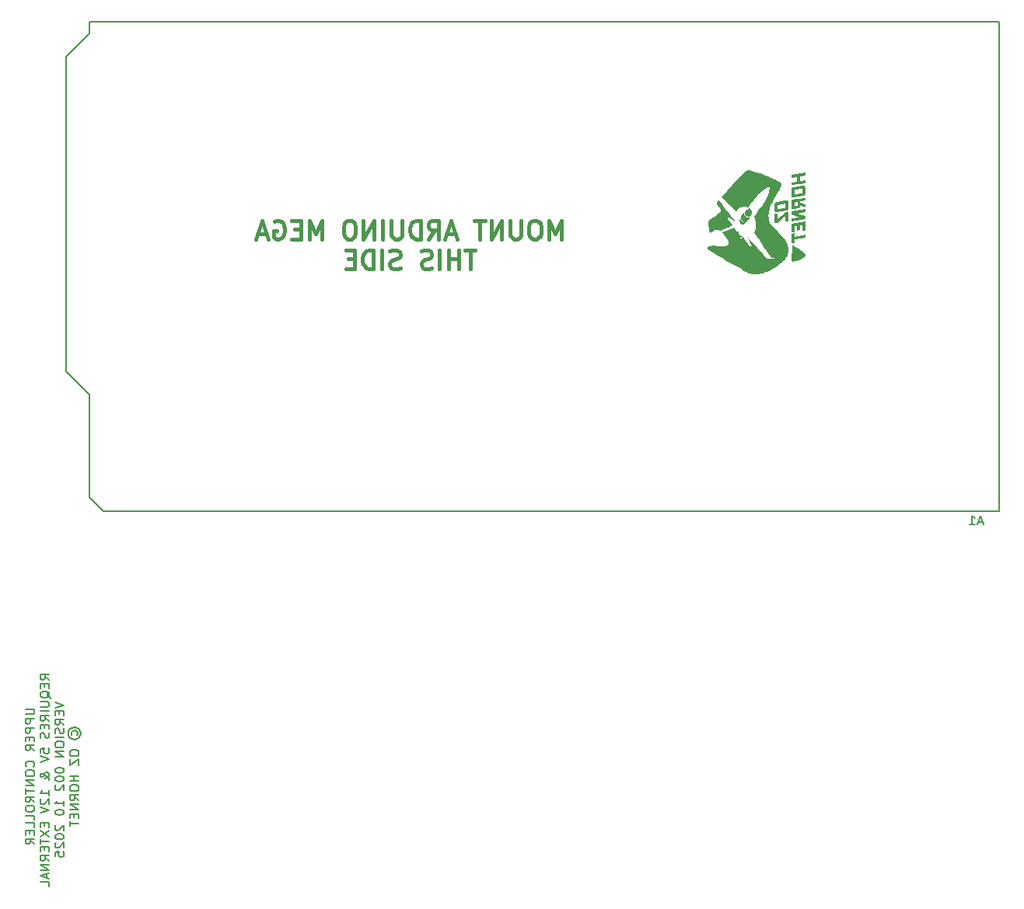
<source format=gbr>
G04 #@! TF.GenerationSoftware,KiCad,Pcbnew,9.0.4*
G04 #@! TF.CreationDate,2025-11-10T22:17:31+11:00*
G04 #@! TF.ProjectId,Jet Ranger Radio Controller,4a657420-5261-46e6-9765-722052616469,rev?*
G04 #@! TF.SameCoordinates,Original*
G04 #@! TF.FileFunction,Legend,Bot*
G04 #@! TF.FilePolarity,Positive*
%FSLAX46Y46*%
G04 Gerber Fmt 4.6, Leading zero omitted, Abs format (unit mm)*
G04 Created by KiCad (PCBNEW 9.0.4) date 2025-11-10 22:17:31*
%MOMM*%
%LPD*%
G01*
G04 APERTURE LIST*
%ADD10C,0.000000*%
%ADD11C,0.400000*%
%ADD12C,0.200000*%
%ADD13C,0.150000*%
G04 APERTURE END LIST*
D10*
G36*
X109897354Y-59682554D02*
G01*
X109926931Y-59684491D01*
X109956894Y-59687532D01*
X109987251Y-59691681D01*
X110018010Y-59696941D01*
X110049177Y-59703316D01*
X110112767Y-59719425D01*
X110425394Y-59811352D01*
X110736014Y-59908735D01*
X111044632Y-60011575D01*
X111351249Y-60119872D01*
X111655870Y-60233627D01*
X111958497Y-60352838D01*
X112259133Y-60477506D01*
X112557782Y-60607632D01*
X112635806Y-60643213D01*
X112713308Y-60680053D01*
X112790289Y-60718071D01*
X112866750Y-60757187D01*
X112942689Y-60797320D01*
X113018108Y-60838390D01*
X113093006Y-60880315D01*
X113167383Y-60923015D01*
X113186529Y-60934433D01*
X113204735Y-60945881D01*
X113222009Y-60957377D01*
X113238361Y-60968943D01*
X113253800Y-60980598D01*
X113268335Y-60992362D01*
X113281975Y-61004255D01*
X113294730Y-61016297D01*
X113306609Y-61028508D01*
X113317622Y-61040908D01*
X113327777Y-61053517D01*
X113337084Y-61066355D01*
X113345552Y-61079442D01*
X113353191Y-61092797D01*
X113360010Y-61106441D01*
X113366019Y-61120394D01*
X113371225Y-61134676D01*
X113375640Y-61149306D01*
X113379271Y-61164305D01*
X113382129Y-61179692D01*
X113384223Y-61195488D01*
X113385562Y-61211712D01*
X113386155Y-61228384D01*
X113386011Y-61245526D01*
X113385141Y-61263155D01*
X113383552Y-61281293D01*
X113381256Y-61299959D01*
X113378260Y-61319173D01*
X113374574Y-61338955D01*
X113370207Y-61359326D01*
X113359470Y-61401911D01*
X113335987Y-61475940D01*
X113309479Y-61548681D01*
X113280228Y-61620243D01*
X113248515Y-61690741D01*
X113214620Y-61760285D01*
X113178826Y-61828987D01*
X113102659Y-61964316D01*
X112778181Y-62494375D01*
X112667782Y-62684966D01*
X112557815Y-62885084D01*
X112450923Y-63093265D01*
X112349746Y-63308048D01*
X112256925Y-63527970D01*
X112175102Y-63751568D01*
X112106916Y-63977382D01*
X112055009Y-64203947D01*
X112035985Y-64317055D01*
X112022021Y-64429803D01*
X112013448Y-64542008D01*
X112010595Y-64653486D01*
X112013792Y-64764056D01*
X112023370Y-64873535D01*
X112039658Y-64981739D01*
X112062988Y-65088487D01*
X112093688Y-65193594D01*
X112132089Y-65296879D01*
X112178521Y-65398158D01*
X112233314Y-65497250D01*
X112296799Y-65593970D01*
X112369305Y-65688137D01*
X112451163Y-65779567D01*
X112542702Y-65868077D01*
X112692132Y-66015186D01*
X112835104Y-66160909D01*
X112973518Y-66305944D01*
X113109274Y-66450987D01*
X113380418Y-66743894D01*
X113519607Y-66893151D01*
X113663741Y-67045209D01*
X113690609Y-67074379D01*
X113716836Y-67104407D01*
X113742413Y-67135240D01*
X113767330Y-67166822D01*
X113791579Y-67199100D01*
X113815151Y-67232020D01*
X113838036Y-67265529D01*
X113860227Y-67299572D01*
X113881715Y-67334096D01*
X113902489Y-67369046D01*
X113922542Y-67404369D01*
X113941864Y-67440012D01*
X113960446Y-67475919D01*
X113978281Y-67512038D01*
X113995357Y-67548313D01*
X114011668Y-67584693D01*
X114060424Y-67708279D01*
X114099790Y-67834287D01*
X114129853Y-67962008D01*
X114150698Y-68090734D01*
X114162413Y-68219753D01*
X114165082Y-68348358D01*
X114158792Y-68475839D01*
X114143629Y-68601487D01*
X114119679Y-68724592D01*
X114087028Y-68844446D01*
X114045762Y-68960338D01*
X113995967Y-69071561D01*
X113937729Y-69177403D01*
X113871134Y-69277157D01*
X113796269Y-69370113D01*
X113713218Y-69455562D01*
X113580699Y-69577699D01*
X113448104Y-69696090D01*
X113315060Y-69810619D01*
X113181195Y-69921174D01*
X113046134Y-70027641D01*
X112909504Y-70129906D01*
X112770933Y-70227856D01*
X112630047Y-70321377D01*
X112486472Y-70410356D01*
X112339837Y-70494679D01*
X112189766Y-70574232D01*
X112035888Y-70648902D01*
X111877828Y-70718576D01*
X111715214Y-70783140D01*
X111547673Y-70842479D01*
X111374831Y-70896482D01*
X111244113Y-70931744D01*
X111114182Y-70960858D01*
X110985017Y-70983709D01*
X110856599Y-71000182D01*
X110728908Y-71010163D01*
X110601925Y-71013535D01*
X110475629Y-71010186D01*
X110350000Y-71000000D01*
X110225020Y-70982863D01*
X110100668Y-70958659D01*
X109976925Y-70927275D01*
X109853770Y-70888594D01*
X109731185Y-70842504D01*
X109609148Y-70788888D01*
X109487641Y-70727632D01*
X109366644Y-70658622D01*
X109367700Y-70659150D01*
X108891665Y-70368054D01*
X108409624Y-70086108D01*
X107437730Y-69534175D01*
X106952982Y-69256442D01*
X106472435Y-68972369D01*
X105998642Y-68678083D01*
X105534153Y-68369710D01*
X105477441Y-68311017D01*
X105433994Y-68257242D01*
X105403118Y-68208186D01*
X105384119Y-68163652D01*
X105376306Y-68123440D01*
X105378983Y-68087353D01*
X105391459Y-68055193D01*
X105413040Y-68026761D01*
X105443032Y-68001859D01*
X105480744Y-67980288D01*
X105525481Y-67961852D01*
X105576550Y-67946350D01*
X105633259Y-67933586D01*
X105694913Y-67923360D01*
X105830288Y-67909732D01*
X105977128Y-67903881D01*
X106129889Y-67904220D01*
X106430991Y-67917124D01*
X106860244Y-67947436D01*
X106931893Y-67950918D01*
X107004016Y-67952029D01*
X107076394Y-67950752D01*
X107148805Y-67947072D01*
X107221031Y-67940974D01*
X107292850Y-67932441D01*
X107364044Y-67921460D01*
X107434390Y-67908013D01*
X107451267Y-67904072D01*
X107467520Y-67899501D01*
X107483149Y-67894312D01*
X107498153Y-67888518D01*
X107512534Y-67882133D01*
X107526291Y-67875169D01*
X107539425Y-67867640D01*
X107551935Y-67859557D01*
X107563823Y-67850935D01*
X107575089Y-67841786D01*
X107585731Y-67832122D01*
X107595752Y-67821958D01*
X107605151Y-67811306D01*
X107613929Y-67800178D01*
X107622085Y-67788588D01*
X107629619Y-67776548D01*
X107636533Y-67764073D01*
X107642827Y-67751173D01*
X107648500Y-67737864D01*
X107653552Y-67724156D01*
X107657985Y-67710064D01*
X107661798Y-67695600D01*
X107664992Y-67680778D01*
X107667567Y-67665609D01*
X107669522Y-67650108D01*
X107670859Y-67634287D01*
X107671577Y-67618158D01*
X107671677Y-67601736D01*
X107671160Y-67585032D01*
X107670024Y-67568060D01*
X107668271Y-67550833D01*
X107665901Y-67533363D01*
X107646519Y-67458233D01*
X107622135Y-67383620D01*
X107593086Y-67309620D01*
X107559708Y-67236327D01*
X107522337Y-67163837D01*
X107481312Y-67092246D01*
X107436968Y-67021648D01*
X107389642Y-66952139D01*
X107339672Y-66883815D01*
X107287394Y-66816771D01*
X107233144Y-66751102D01*
X107177261Y-66686903D01*
X107120079Y-66624270D01*
X107061937Y-66563298D01*
X106944117Y-66446719D01*
X108345615Y-65926019D01*
X108348327Y-65937033D01*
X108349559Y-65942279D01*
X108350122Y-65944870D01*
X108350642Y-65947451D01*
X108357232Y-65984083D01*
X108364516Y-66020492D01*
X108372818Y-66056579D01*
X108377450Y-66074470D01*
X108382458Y-66092244D01*
X108387882Y-66109887D01*
X108393761Y-66127388D01*
X108400136Y-66144734D01*
X108407048Y-66161912D01*
X108414537Y-66178911D01*
X108422642Y-66195717D01*
X108431405Y-66212319D01*
X108440865Y-66228703D01*
X108446569Y-66237866D01*
X108452478Y-66246793D01*
X108458605Y-66255470D01*
X108464963Y-66263884D01*
X108471564Y-66272023D01*
X108478421Y-66279872D01*
X108485547Y-66287419D01*
X108492955Y-66294650D01*
X108500657Y-66301553D01*
X108508667Y-66308114D01*
X108516997Y-66314320D01*
X108525660Y-66320158D01*
X108534669Y-66325614D01*
X108544036Y-66330676D01*
X108553774Y-66335330D01*
X108563896Y-66339564D01*
X108573241Y-66342975D01*
X108582621Y-66345973D01*
X108592035Y-66348564D01*
X108601480Y-66350755D01*
X108610954Y-66352553D01*
X108620456Y-66353967D01*
X108629983Y-66355004D01*
X108639534Y-66355670D01*
X108649107Y-66355974D01*
X108658699Y-66355922D01*
X108668310Y-66355522D01*
X108677936Y-66354781D01*
X108687576Y-66353707D01*
X108697228Y-66352307D01*
X108706890Y-66350589D01*
X108716561Y-66348559D01*
X108722750Y-66347305D01*
X108725723Y-66346819D01*
X108728616Y-66346463D01*
X108731428Y-66346264D01*
X108734160Y-66346248D01*
X108736811Y-66346442D01*
X108738106Y-66346626D01*
X108739381Y-66346872D01*
X108740636Y-66347185D01*
X108741871Y-66347567D01*
X108743086Y-66348021D01*
X108744280Y-66348551D01*
X108745455Y-66349161D01*
X108746609Y-66349853D01*
X108747743Y-66350631D01*
X108748857Y-66351498D01*
X108749950Y-66352458D01*
X108751024Y-66353514D01*
X108752077Y-66354670D01*
X108753111Y-66355928D01*
X108754124Y-66357292D01*
X108755117Y-66358765D01*
X108756090Y-66360351D01*
X108757042Y-66362053D01*
X108758506Y-66364492D01*
X108760107Y-66366854D01*
X108761827Y-66369151D01*
X108763649Y-66371392D01*
X108765554Y-66373588D01*
X108767525Y-66375750D01*
X108771594Y-66380011D01*
X108775713Y-66384261D01*
X108777746Y-66386407D01*
X108779739Y-66388581D01*
X108781672Y-66390794D01*
X108783529Y-66393057D01*
X108785291Y-66395379D01*
X108786940Y-66397771D01*
X108787968Y-66399447D01*
X108788965Y-66401196D01*
X108789923Y-66403007D01*
X108790835Y-66404874D01*
X108791694Y-66406787D01*
X108792493Y-66408738D01*
X108793226Y-66410719D01*
X108793886Y-66412721D01*
X108794464Y-66414735D01*
X108794955Y-66416752D01*
X108795352Y-66418766D01*
X108795647Y-66420766D01*
X108795833Y-66422744D01*
X108795904Y-66424692D01*
X108795853Y-66426601D01*
X108795672Y-66428464D01*
X108792921Y-66448275D01*
X108790483Y-66468044D01*
X108788449Y-66487799D01*
X108786907Y-66507574D01*
X108785948Y-66527398D01*
X108785663Y-66547302D01*
X108786140Y-66567319D01*
X108786692Y-66577378D01*
X108787469Y-66587478D01*
X108789898Y-66607740D01*
X108793418Y-66627236D01*
X108798034Y-66645944D01*
X108803754Y-66663843D01*
X108810581Y-66680911D01*
X108818523Y-66697127D01*
X108827585Y-66712468D01*
X108837773Y-66726913D01*
X108849093Y-66740441D01*
X108861550Y-66753029D01*
X108875150Y-66764655D01*
X108889900Y-66775299D01*
X108905805Y-66784938D01*
X108922870Y-66793551D01*
X108941102Y-66801116D01*
X108960507Y-66807612D01*
X108972588Y-66810998D01*
X108984823Y-66814069D01*
X108997221Y-66816904D01*
X109009785Y-66819584D01*
X109035442Y-66824801D01*
X109061842Y-66830365D01*
X108244015Y-68223926D01*
X108249042Y-68227630D01*
X108254999Y-68222620D01*
X108261136Y-68217872D01*
X108267417Y-68213331D01*
X108273806Y-68208944D01*
X108299710Y-68191845D01*
X108306091Y-68187412D01*
X108312361Y-68182806D01*
X108318484Y-68177974D01*
X108324424Y-68172862D01*
X108330143Y-68167414D01*
X108335605Y-68161578D01*
X108340775Y-68155298D01*
X108343238Y-68151975D01*
X108345615Y-68148520D01*
X108414870Y-68045043D01*
X108484720Y-67942013D01*
X108625015Y-67736300D01*
X108912088Y-67313231D01*
X109182492Y-66913711D01*
X109183400Y-66912380D01*
X109184338Y-66911064D01*
X109186295Y-66908464D01*
X109188352Y-66905883D01*
X109190496Y-66903292D01*
X109194994Y-66897972D01*
X109197323Y-66895186D01*
X109199690Y-66892279D01*
X109369817Y-67139664D01*
X109550296Y-67402528D01*
X109731767Y-67664598D01*
X109746612Y-67686590D01*
X109761036Y-67708920D01*
X109775410Y-67731305D01*
X109790107Y-67753465D01*
X109797693Y-67764371D01*
X109805499Y-67775116D01*
X109813571Y-67785662D01*
X109821956Y-67795976D01*
X109830702Y-67806021D01*
X109839853Y-67815763D01*
X109849457Y-67825166D01*
X109859560Y-67834196D01*
X110051383Y-68000089D01*
X110051874Y-68000500D01*
X110052404Y-68000889D01*
X110052969Y-68001257D01*
X110053567Y-68001603D01*
X110054856Y-68002232D01*
X110056253Y-68002777D01*
X110057740Y-68003237D01*
X110059299Y-68003615D01*
X110060912Y-68003910D01*
X110062562Y-68004124D01*
X110064230Y-68004258D01*
X110065899Y-68004312D01*
X110067551Y-68004286D01*
X110069168Y-68004182D01*
X110070732Y-68004001D01*
X110072226Y-68003743D01*
X110073632Y-68003409D01*
X110074931Y-68003000D01*
X110102225Y-67992019D01*
X110129369Y-67980642D01*
X110183410Y-67957491D01*
X110213044Y-67944262D01*
X109661123Y-66871377D01*
X109661507Y-66871324D01*
X109661867Y-66871267D01*
X109662516Y-66871145D01*
X109663071Y-66871023D01*
X109663537Y-66870914D01*
X109663916Y-66870829D01*
X109664074Y-66870800D01*
X109664211Y-66870782D01*
X109664328Y-66870776D01*
X109664425Y-66870784D01*
X109664503Y-66870807D01*
X109664562Y-66870848D01*
X109892104Y-67121409D01*
X109954381Y-67189704D01*
X110016458Y-67258198D01*
X110205900Y-67468278D01*
X110328667Y-67603744D01*
X110514933Y-67810383D01*
X110536650Y-67834312D01*
X110558490Y-67858141D01*
X110602246Y-67905898D01*
X110787190Y-68110950D01*
X110877413Y-68209640D01*
X111059446Y-68411782D01*
X111188563Y-68553334D01*
X111376417Y-68761561D01*
X111503947Y-68901790D01*
X111674603Y-69092290D01*
X111814567Y-69245219D01*
X111824588Y-69256207D01*
X111826973Y-69259046D01*
X111829208Y-69261953D01*
X111831241Y-69264945D01*
X111832166Y-69266478D01*
X111833022Y-69268039D01*
X111833801Y-69269629D01*
X111834498Y-69271251D01*
X111835107Y-69272906D01*
X111835620Y-69274597D01*
X111836032Y-69276325D01*
X111836335Y-69278093D01*
X111836525Y-69279903D01*
X111836594Y-69281756D01*
X111836535Y-69283655D01*
X111836343Y-69285602D01*
X111836011Y-69287599D01*
X111835533Y-69289647D01*
X111834902Y-69291750D01*
X111834112Y-69293908D01*
X111833157Y-69296124D01*
X111832029Y-69298401D01*
X111831747Y-69298956D01*
X111831495Y-69299528D01*
X111831271Y-69300117D01*
X111831074Y-69300723D01*
X111830758Y-69301978D01*
X111830537Y-69303287D01*
X111830402Y-69304642D01*
X111830342Y-69306037D01*
X111830347Y-69307465D01*
X111830409Y-69308918D01*
X111830518Y-69310389D01*
X111830663Y-69311873D01*
X111831026Y-69314846D01*
X111831419Y-69317782D01*
X111831765Y-69320626D01*
X111832408Y-69325194D01*
X111833333Y-69329561D01*
X111834525Y-69333712D01*
X111835970Y-69337633D01*
X111837652Y-69341310D01*
X111839556Y-69344726D01*
X111841667Y-69347869D01*
X111843969Y-69350722D01*
X111845188Y-69352035D01*
X111846449Y-69353271D01*
X111847750Y-69354427D01*
X111849090Y-69355502D01*
X111850466Y-69356493D01*
X111851878Y-69357399D01*
X111853322Y-69358218D01*
X111854797Y-69358949D01*
X111856301Y-69359588D01*
X111857832Y-69360135D01*
X111859388Y-69360588D01*
X111860968Y-69360945D01*
X111862570Y-69361203D01*
X111864191Y-69361361D01*
X111865829Y-69361418D01*
X111867484Y-69361371D01*
X111956252Y-69355220D01*
X112000611Y-69352219D01*
X112045020Y-69349465D01*
X112162892Y-69343214D01*
X112280764Y-69337559D01*
X112490049Y-69328827D01*
X112511704Y-69327720D01*
X112522522Y-69327005D01*
X112533309Y-69326116D01*
X112544046Y-69325004D01*
X112554715Y-69323619D01*
X112565297Y-69321911D01*
X112575774Y-69319832D01*
X112585614Y-69317510D01*
X112595461Y-69314900D01*
X112605270Y-69311986D01*
X112614998Y-69308753D01*
X112624603Y-69305184D01*
X112634040Y-69301266D01*
X112638683Y-69299170D01*
X112643267Y-69296981D01*
X112647787Y-69294696D01*
X112652239Y-69292315D01*
X112654952Y-69290763D01*
X112657485Y-69289186D01*
X112659839Y-69287586D01*
X112662013Y-69285965D01*
X112664008Y-69284326D01*
X112665823Y-69282671D01*
X112667459Y-69281002D01*
X112668916Y-69279321D01*
X112670194Y-69277632D01*
X112671293Y-69275936D01*
X112672213Y-69274236D01*
X112672954Y-69272535D01*
X112673517Y-69270833D01*
X112673901Y-69269135D01*
X112674106Y-69267442D01*
X112674133Y-69265757D01*
X112673982Y-69264082D01*
X112673653Y-69262419D01*
X112673145Y-69260772D01*
X112672460Y-69259141D01*
X112671597Y-69257530D01*
X112670556Y-69255941D01*
X112669337Y-69254376D01*
X112667940Y-69252838D01*
X112666366Y-69251329D01*
X112664615Y-69249851D01*
X112662686Y-69248408D01*
X112660580Y-69247000D01*
X112658297Y-69245631D01*
X112655837Y-69244303D01*
X112653200Y-69243018D01*
X112650387Y-69241779D01*
X112641241Y-69238129D01*
X112631891Y-69234751D01*
X112622379Y-69231696D01*
X112617576Y-69230305D01*
X112612749Y-69229013D01*
X112607904Y-69227827D01*
X112603046Y-69226752D01*
X112598179Y-69225795D01*
X112593311Y-69224962D01*
X112588445Y-69224259D01*
X112583588Y-69223693D01*
X112578745Y-69223269D01*
X112573922Y-69222994D01*
X112557429Y-69222448D01*
X112540898Y-69222345D01*
X112524343Y-69222608D01*
X112507776Y-69223160D01*
X112474654Y-69224818D01*
X112441630Y-69226699D01*
X112432006Y-69227322D01*
X112422382Y-69228162D01*
X112412757Y-69229163D01*
X112403133Y-69230270D01*
X112383884Y-69232577D01*
X112374260Y-69233665D01*
X112364636Y-69234636D01*
X112360527Y-69234979D01*
X112356534Y-69235196D01*
X112352654Y-69235263D01*
X112348885Y-69235152D01*
X112345225Y-69234839D01*
X112341670Y-69234296D01*
X112338220Y-69233498D01*
X112334871Y-69232420D01*
X112333233Y-69231767D01*
X112331621Y-69231034D01*
X112330032Y-69230218D01*
X112328468Y-69229316D01*
X112326927Y-69228323D01*
X112325409Y-69227238D01*
X112323915Y-69226057D01*
X112322443Y-69224776D01*
X112320994Y-69223392D01*
X112319567Y-69221903D01*
X112318162Y-69220304D01*
X112316778Y-69218593D01*
X112315416Y-69216766D01*
X112314075Y-69214820D01*
X112312754Y-69212752D01*
X112311454Y-69210559D01*
X112301002Y-69192927D01*
X112290143Y-69175518D01*
X112278968Y-69158283D01*
X112267567Y-69141172D01*
X112244445Y-69107123D01*
X112221496Y-69072975D01*
X111997924Y-68732985D01*
X111647880Y-68199321D01*
X111646343Y-68197010D01*
X111644802Y-68194846D01*
X111643245Y-68192841D01*
X111641662Y-68191007D01*
X111640857Y-68190157D01*
X111640042Y-68189354D01*
X111639214Y-68188599D01*
X111638374Y-68187893D01*
X111637518Y-68187239D01*
X111636646Y-68186637D01*
X111635757Y-68186088D01*
X111634849Y-68185595D01*
X111633921Y-68185159D01*
X111632972Y-68184780D01*
X111631999Y-68184461D01*
X111631002Y-68184203D01*
X111629980Y-68184006D01*
X111628931Y-68183874D01*
X111627854Y-68183806D01*
X111626746Y-68183805D01*
X111625608Y-68183872D01*
X111624438Y-68184008D01*
X111623234Y-68184215D01*
X111621994Y-68184493D01*
X111620719Y-68184845D01*
X111619405Y-68185272D01*
X111618052Y-68185775D01*
X111616659Y-68186356D01*
X111614702Y-68187168D01*
X111612797Y-68187869D01*
X111610944Y-68188461D01*
X111609140Y-68188946D01*
X111607384Y-68189327D01*
X111605676Y-68189605D01*
X111604012Y-68189783D01*
X111602392Y-68189862D01*
X111600815Y-68189845D01*
X111599278Y-68189735D01*
X111597781Y-68189532D01*
X111596321Y-68189240D01*
X111594898Y-68188860D01*
X111593509Y-68188395D01*
X111592153Y-68187846D01*
X111590829Y-68187216D01*
X111589536Y-68186507D01*
X111588271Y-68185721D01*
X111587033Y-68184861D01*
X111585821Y-68183927D01*
X111584634Y-68182924D01*
X111583469Y-68181851D01*
X111581201Y-68179510D01*
X111579006Y-68176921D01*
X111576872Y-68174100D01*
X111574787Y-68171066D01*
X111572738Y-68167835D01*
X111564223Y-68154178D01*
X111555565Y-68140583D01*
X111537946Y-68113529D01*
X111502359Y-68059620D01*
X111256561Y-67683648D01*
X111019759Y-67323021D01*
X110699085Y-66834070D01*
X110426564Y-66419732D01*
X110425852Y-66418634D01*
X110425204Y-66417569D01*
X110424620Y-66416537D01*
X110424097Y-66415537D01*
X110423635Y-66414565D01*
X110423233Y-66413621D01*
X110422889Y-66412704D01*
X110422603Y-66411812D01*
X110422374Y-66410943D01*
X110422200Y-66410095D01*
X110422081Y-66409268D01*
X110422015Y-66408459D01*
X110422002Y-66407667D01*
X110422039Y-66406891D01*
X110422127Y-66406129D01*
X110422264Y-66405379D01*
X110422449Y-66404640D01*
X110422681Y-66403911D01*
X110422959Y-66403189D01*
X110423282Y-66402473D01*
X110423649Y-66401762D01*
X110424058Y-66401054D01*
X110425001Y-66399641D01*
X110426102Y-66398222D01*
X110427352Y-66396785D01*
X110428744Y-66395316D01*
X110430268Y-66393804D01*
X110456606Y-66367912D01*
X110482821Y-66341846D01*
X110508886Y-66315632D01*
X110534778Y-66289293D01*
X110536207Y-66287833D01*
X110537616Y-66286332D01*
X110539002Y-66284793D01*
X110540363Y-66283216D01*
X110541699Y-66281606D01*
X110543005Y-66279964D01*
X110544282Y-66278292D01*
X110545527Y-66276594D01*
X110546737Y-66274870D01*
X110547912Y-66273124D01*
X110549048Y-66271358D01*
X110550145Y-66269574D01*
X110551199Y-66267774D01*
X110552210Y-66265962D01*
X110553175Y-66264138D01*
X110554093Y-66262306D01*
X110563129Y-66242814D01*
X110571411Y-66223140D01*
X110578981Y-66203294D01*
X110585880Y-66183286D01*
X110592148Y-66163126D01*
X110597825Y-66142825D01*
X110602953Y-66122391D01*
X110607572Y-66101836D01*
X110611722Y-66081169D01*
X110615445Y-66060401D01*
X110621772Y-66018600D01*
X110626877Y-65976513D01*
X110631086Y-65934223D01*
X110632148Y-65921202D01*
X110632980Y-65908145D01*
X110633626Y-65895062D01*
X110634129Y-65881968D01*
X110635584Y-65829712D01*
X110638462Y-65754968D01*
X110638987Y-65736266D01*
X110639268Y-65717570D01*
X110639220Y-65698887D01*
X110638759Y-65680223D01*
X110635712Y-65615776D01*
X110631847Y-65551404D01*
X110627337Y-65487081D01*
X110622355Y-65422783D01*
X110619412Y-65388623D01*
X110617742Y-65371545D01*
X110615873Y-65354488D01*
X110613756Y-65337468D01*
X110611342Y-65320501D01*
X110608580Y-65303603D01*
X110605422Y-65286788D01*
X110544899Y-64984005D01*
X110483185Y-64681421D01*
X110482669Y-64678871D01*
X110482219Y-64676378D01*
X110481846Y-64673937D01*
X110481560Y-64671540D01*
X110481372Y-64669185D01*
X110481292Y-64666864D01*
X110481330Y-64664572D01*
X110481498Y-64662305D01*
X110481805Y-64660056D01*
X110482262Y-64657820D01*
X110482880Y-64655592D01*
X110483668Y-64653367D01*
X110484638Y-64651138D01*
X110485800Y-64648901D01*
X110487164Y-64646650D01*
X110488741Y-64644379D01*
X110586174Y-64512055D01*
X110683210Y-64379532D01*
X110906254Y-64074732D01*
X111146760Y-63744267D01*
X111285038Y-63556479D01*
X111353519Y-63462163D01*
X111387194Y-63414618D01*
X111420339Y-63366706D01*
X111484868Y-63270836D01*
X111548034Y-63174024D01*
X111578988Y-63125217D01*
X111609462Y-63076119D01*
X111639409Y-63026712D01*
X111668783Y-62976975D01*
X111692245Y-62935970D01*
X111715048Y-62894549D01*
X111737248Y-62852769D01*
X111758906Y-62810684D01*
X111780081Y-62768352D01*
X111800830Y-62725828D01*
X111841292Y-62640425D01*
X111857716Y-62604586D01*
X111873666Y-62568521D01*
X111889163Y-62532250D01*
X111904229Y-62495797D01*
X111918886Y-62459183D01*
X111933155Y-62422429D01*
X111960618Y-62348590D01*
X111979882Y-62293647D01*
X111997945Y-62238350D01*
X112014750Y-62182693D01*
X112030237Y-62126671D01*
X112044347Y-62070276D01*
X112057022Y-62013503D01*
X112068202Y-61956346D01*
X112077829Y-61898798D01*
X112081907Y-61871180D01*
X112085650Y-61843500D01*
X112092380Y-61788004D01*
X112104551Y-61676813D01*
X112107131Y-61653153D01*
X112109314Y-61629419D01*
X112111100Y-61605636D01*
X112112489Y-61581828D01*
X112112880Y-61571601D01*
X112113088Y-61561331D01*
X112113117Y-61540486D01*
X112112753Y-61496367D01*
X112075414Y-61506157D01*
X112058022Y-61510878D01*
X112049504Y-61513347D01*
X112041051Y-61515946D01*
X111975658Y-61537982D01*
X111911405Y-61562356D01*
X111848244Y-61588974D01*
X111786125Y-61617745D01*
X111724998Y-61648574D01*
X111664813Y-61681369D01*
X111605522Y-61716036D01*
X111547074Y-61752484D01*
X111479116Y-61797740D01*
X111412686Y-61844910D01*
X111347677Y-61893847D01*
X111283979Y-61944406D01*
X111221484Y-61996440D01*
X111160084Y-62049805D01*
X111099669Y-62104354D01*
X111040132Y-62159942D01*
X111022183Y-62177128D01*
X111004442Y-62194540D01*
X110986893Y-62212157D01*
X110969521Y-62229957D01*
X110952310Y-62247919D01*
X110935245Y-62266019D01*
X110901491Y-62302552D01*
X110766421Y-62452108D01*
X110699605Y-62527506D01*
X110633732Y-62603648D01*
X110607388Y-62634825D01*
X110581328Y-62666234D01*
X110530015Y-62729689D01*
X110479695Y-62793888D01*
X110430267Y-62858706D01*
X110372630Y-62936262D01*
X110315835Y-63014414D01*
X110203784Y-63171708D01*
X110044340Y-63399184D01*
X109885491Y-63627056D01*
X109845075Y-63684835D01*
X109805057Y-63741621D01*
X109799618Y-63738858D01*
X109794387Y-63736139D01*
X109784387Y-63730905D01*
X109779537Y-63728428D01*
X109774734Y-63726068D01*
X109769937Y-63723845D01*
X109765106Y-63721777D01*
X109745145Y-63714258D01*
X109725056Y-63707449D01*
X109704846Y-63701312D01*
X109684523Y-63695807D01*
X109664095Y-63690893D01*
X109643569Y-63686533D01*
X109622953Y-63682685D01*
X109602254Y-63679311D01*
X109560642Y-63673827D01*
X109518795Y-63669762D01*
X109476774Y-63666800D01*
X109434641Y-63664627D01*
X109420441Y-63664233D01*
X109406223Y-63664201D01*
X109391992Y-63664474D01*
X109377756Y-63664991D01*
X109349288Y-63666525D01*
X109320870Y-63668331D01*
X109243281Y-63673160D01*
X109223899Y-63674677D01*
X109204561Y-63676517D01*
X109185284Y-63678778D01*
X109166089Y-63681560D01*
X109132212Y-63687220D01*
X109098471Y-63693553D01*
X109064904Y-63700661D01*
X109031548Y-63708647D01*
X108998440Y-63717612D01*
X108965617Y-63727660D01*
X108933117Y-63738892D01*
X108900976Y-63751410D01*
X108879926Y-63760373D01*
X108859170Y-63769730D01*
X108838747Y-63779528D01*
X108818695Y-63789816D01*
X108799053Y-63800641D01*
X108779862Y-63812049D01*
X108761160Y-63824088D01*
X108742987Y-63836805D01*
X108725380Y-63850247D01*
X108708380Y-63864463D01*
X108692026Y-63879499D01*
X108676357Y-63895402D01*
X108661412Y-63912219D01*
X108647230Y-63929999D01*
X108633850Y-63948788D01*
X108621311Y-63968633D01*
X108609513Y-63988531D01*
X108603740Y-63998766D01*
X108600986Y-64003941D01*
X108598359Y-64009148D01*
X108595886Y-64014382D01*
X108593597Y-64019641D01*
X108591521Y-64024918D01*
X108589685Y-64030211D01*
X108588120Y-64035515D01*
X108586852Y-64040825D01*
X108585912Y-64046138D01*
X108585328Y-64051448D01*
X108584962Y-64055511D01*
X108584461Y-64059418D01*
X108583829Y-64063174D01*
X108583069Y-64066785D01*
X108582185Y-64070257D01*
X108581179Y-64073594D01*
X108580055Y-64076802D01*
X108578817Y-64079887D01*
X108577467Y-64082853D01*
X108576010Y-64085707D01*
X108574448Y-64088453D01*
X108572784Y-64091097D01*
X108571023Y-64093644D01*
X108569168Y-64096100D01*
X108565186Y-64100760D01*
X108560867Y-64105119D01*
X108556237Y-64109220D01*
X108551322Y-64113106D01*
X108546149Y-64116821D01*
X108540745Y-64120407D01*
X108535137Y-64123907D01*
X108523415Y-64130823D01*
X108434251Y-64050191D01*
X108345880Y-63969956D01*
X108085266Y-63729979D01*
X107882066Y-63543184D01*
X107677013Y-63354536D01*
X107576770Y-63262560D01*
X107476724Y-63170386D01*
X107358621Y-63060021D01*
X107299284Y-63005149D01*
X107269338Y-62977975D01*
X107239128Y-62951046D01*
X107235375Y-62947578D01*
X107231951Y-62944111D01*
X107228850Y-62940637D01*
X107226064Y-62937143D01*
X107223589Y-62933620D01*
X107221417Y-62930056D01*
X107219544Y-62926443D01*
X107217961Y-62922769D01*
X107216664Y-62919023D01*
X107215646Y-62915195D01*
X107214901Y-62911276D01*
X107214423Y-62907253D01*
X107214204Y-62903118D01*
X107214241Y-62898859D01*
X107214525Y-62894465D01*
X107215051Y-62889927D01*
X107215464Y-62885883D01*
X107215616Y-62881979D01*
X107215512Y-62878208D01*
X107215158Y-62874561D01*
X107214559Y-62871030D01*
X107213721Y-62867608D01*
X107212648Y-62864285D01*
X107211347Y-62861055D01*
X107209822Y-62857908D01*
X107208080Y-62854836D01*
X107206125Y-62851833D01*
X107203963Y-62848888D01*
X107201600Y-62845994D01*
X107199041Y-62843144D01*
X107196290Y-62840328D01*
X107193355Y-62837540D01*
X107157979Y-62805054D01*
X107122877Y-62772320D01*
X107088022Y-62739388D01*
X107053390Y-62706306D01*
X106980795Y-62636159D01*
X106908399Y-62565813D01*
X107208486Y-62248370D01*
X107505993Y-61928539D01*
X108095055Y-61283377D01*
X109261868Y-59982686D01*
X109306715Y-59934659D01*
X109352397Y-59890711D01*
X109398973Y-59850868D01*
X109446501Y-59815159D01*
X109470642Y-59798864D01*
X109495042Y-59783613D01*
X109519711Y-59769410D01*
X109544655Y-59756258D01*
X109569882Y-59744161D01*
X109595399Y-59733122D01*
X109621213Y-59723145D01*
X109647332Y-59714233D01*
X109673764Y-59706390D01*
X109700516Y-59699620D01*
X109727594Y-59693926D01*
X109755008Y-59689311D01*
X109782763Y-59685779D01*
X109810868Y-59683334D01*
X109839330Y-59681979D01*
X109868156Y-59681718D01*
X109897354Y-59682554D01*
G37*
G36*
X114688469Y-67874811D02*
G01*
X114695167Y-67875600D01*
X114701872Y-67876843D01*
X114708569Y-67878553D01*
X114715237Y-67880739D01*
X114721861Y-67883411D01*
X114728422Y-67886582D01*
X114839217Y-67946268D01*
X114971095Y-68020424D01*
X115118873Y-68107671D01*
X115277367Y-68206628D01*
X115441392Y-68315917D01*
X115523859Y-68374005D01*
X115605765Y-68434158D01*
X115686461Y-68496203D01*
X115765300Y-68559970D01*
X115841634Y-68625284D01*
X115914814Y-68691974D01*
X115941622Y-68718568D01*
X115953733Y-68731659D01*
X115964979Y-68744625D01*
X115975358Y-68757477D01*
X115984866Y-68770223D01*
X115993502Y-68782874D01*
X116001263Y-68795438D01*
X116008145Y-68807927D01*
X116014147Y-68820348D01*
X116019267Y-68832713D01*
X116023500Y-68845030D01*
X116026846Y-68857309D01*
X116029301Y-68869560D01*
X116030863Y-68881793D01*
X116031528Y-68894016D01*
X116031296Y-68906241D01*
X116030162Y-68918476D01*
X116028125Y-68930731D01*
X116025182Y-68943015D01*
X116021330Y-68955339D01*
X116016567Y-68967712D01*
X116010890Y-68980144D01*
X116004297Y-68992644D01*
X115996785Y-69005221D01*
X115988351Y-69017887D01*
X115978993Y-69030649D01*
X115968709Y-69043519D01*
X115957495Y-69056504D01*
X115945350Y-69069616D01*
X115932270Y-69082864D01*
X115918254Y-69096257D01*
X115854483Y-69153106D01*
X115789101Y-69206586D01*
X115722137Y-69256716D01*
X115653625Y-69303512D01*
X115583595Y-69346992D01*
X115512079Y-69387174D01*
X115439108Y-69424074D01*
X115364713Y-69457710D01*
X115288926Y-69488101D01*
X115211778Y-69515262D01*
X115133301Y-69539212D01*
X115053526Y-69559968D01*
X114972484Y-69577547D01*
X114890207Y-69591967D01*
X114806726Y-69603246D01*
X114722073Y-69611400D01*
X114702311Y-69612635D01*
X114683450Y-69613211D01*
X114665481Y-69613127D01*
X114648395Y-69612379D01*
X114632183Y-69610965D01*
X114616838Y-69608884D01*
X114602348Y-69606132D01*
X114588706Y-69602707D01*
X114575903Y-69598606D01*
X114563930Y-69593827D01*
X114552778Y-69588368D01*
X114542437Y-69582226D01*
X114532900Y-69575398D01*
X114524157Y-69567883D01*
X114516199Y-69559677D01*
X114509017Y-69550778D01*
X114502603Y-69541184D01*
X114496947Y-69530892D01*
X114492041Y-69519900D01*
X114487875Y-69508205D01*
X114484441Y-69495806D01*
X114481730Y-69482698D01*
X114479733Y-69468880D01*
X114478441Y-69454350D01*
X114477845Y-69439104D01*
X114477936Y-69423142D01*
X114478706Y-69406459D01*
X114480145Y-69389053D01*
X114484994Y-69352065D01*
X114492415Y-69312157D01*
X114492150Y-69312156D01*
X114505384Y-69242283D01*
X114517164Y-69166067D01*
X114536687Y-68998505D01*
X114551379Y-68817270D01*
X114561901Y-68630160D01*
X114568912Y-68444972D01*
X114573075Y-68269504D01*
X114575493Y-67978921D01*
X114575735Y-67971639D01*
X114576446Y-67964533D01*
X114577611Y-67957615D01*
X114579210Y-67950895D01*
X114581227Y-67944383D01*
X114583643Y-67938091D01*
X114586441Y-67932029D01*
X114589603Y-67926207D01*
X114593111Y-67920637D01*
X114596947Y-67915330D01*
X114601094Y-67910295D01*
X114605533Y-67905544D01*
X114610248Y-67901088D01*
X114615219Y-67896936D01*
X114620431Y-67893101D01*
X114625863Y-67889591D01*
X114631500Y-67886419D01*
X114637323Y-67883595D01*
X114643314Y-67881130D01*
X114649455Y-67879033D01*
X114655729Y-67877317D01*
X114662119Y-67875992D01*
X114668605Y-67875068D01*
X114675171Y-67874556D01*
X114681798Y-67874467D01*
X114688469Y-67874811D01*
G37*
G36*
X108935257Y-64860796D02*
G01*
X108938047Y-64892289D01*
X108941975Y-64923232D01*
X108947124Y-64953585D01*
X108953580Y-64983308D01*
X108961429Y-65012363D01*
X108970753Y-65040709D01*
X108981640Y-65068307D01*
X108994173Y-65095117D01*
X109008437Y-65121100D01*
X109024517Y-65146217D01*
X109042498Y-65170427D01*
X109062465Y-65193692D01*
X109084503Y-65215972D01*
X109108697Y-65237227D01*
X109135131Y-65257417D01*
X109162247Y-65275709D01*
X109189621Y-65292082D01*
X109217260Y-65306526D01*
X109245169Y-65319032D01*
X109273352Y-65329591D01*
X109301814Y-65338194D01*
X109330561Y-65344831D01*
X109359597Y-65349492D01*
X109388928Y-65352170D01*
X109418558Y-65352853D01*
X109448493Y-65351534D01*
X109478738Y-65348202D01*
X109509297Y-65342849D01*
X109540177Y-65335465D01*
X109571381Y-65326041D01*
X109602915Y-65314567D01*
X109546856Y-65372015D01*
X109519980Y-65399511D01*
X109493377Y-65426486D01*
X109481008Y-65438711D01*
X109468539Y-65450815D01*
X109443503Y-65474872D01*
X109418665Y-65499077D01*
X109406445Y-65511367D01*
X109394423Y-65523852D01*
X109394688Y-65523852D01*
X109386612Y-65532098D01*
X109378364Y-65539917D01*
X109369947Y-65547308D01*
X109361368Y-65554270D01*
X109352631Y-65560799D01*
X109343741Y-65566896D01*
X109334704Y-65572557D01*
X109325524Y-65577782D01*
X109316207Y-65582569D01*
X109306758Y-65586915D01*
X109297183Y-65590820D01*
X109287485Y-65594281D01*
X109277671Y-65597297D01*
X109267745Y-65599866D01*
X109257713Y-65601987D01*
X109247579Y-65603658D01*
X109237350Y-65604876D01*
X109227029Y-65605641D01*
X109216623Y-65605951D01*
X109206136Y-65605804D01*
X109195573Y-65605198D01*
X109184940Y-65604131D01*
X109174242Y-65602603D01*
X109163483Y-65600611D01*
X109152670Y-65598153D01*
X109141806Y-65595228D01*
X109130898Y-65591834D01*
X109119950Y-65587970D01*
X109108967Y-65583633D01*
X109097956Y-65578823D01*
X109086920Y-65573537D01*
X109075865Y-65567773D01*
X109063486Y-65560706D01*
X109051549Y-65553201D01*
X109040047Y-65545269D01*
X109028975Y-65536920D01*
X109018329Y-65528164D01*
X109008101Y-65519009D01*
X108998288Y-65509466D01*
X108988883Y-65499544D01*
X108979881Y-65489253D01*
X108971277Y-65478603D01*
X108963065Y-65467604D01*
X108955239Y-65456264D01*
X108947795Y-65444594D01*
X108940728Y-65432604D01*
X108934030Y-65420303D01*
X108927698Y-65407701D01*
X108917708Y-65386358D01*
X108908300Y-65364892D01*
X108899512Y-65343297D01*
X108891379Y-65321566D01*
X108883940Y-65299694D01*
X108877231Y-65277676D01*
X108871288Y-65255505D01*
X108866149Y-65233175D01*
X108861850Y-65210681D01*
X108858428Y-65188016D01*
X108855920Y-65165176D01*
X108854363Y-65142154D01*
X108853793Y-65118944D01*
X108854248Y-65095541D01*
X108855763Y-65071939D01*
X108858377Y-65048132D01*
X108860544Y-65033669D01*
X108863158Y-65019347D01*
X108866196Y-65005157D01*
X108869634Y-64991089D01*
X108873450Y-64977137D01*
X108877618Y-64963291D01*
X108882115Y-64949542D01*
X108886919Y-64935882D01*
X108897349Y-64908797D01*
X108908718Y-64881965D01*
X108920838Y-64855320D01*
X108933519Y-64828792D01*
X108935257Y-64860796D01*
G37*
G36*
X114170681Y-65214026D02*
G01*
X113870379Y-65261122D01*
X113870379Y-64640409D01*
X112973970Y-65405584D01*
X112681340Y-65451092D01*
X112681340Y-64434828D01*
X112981643Y-64387732D01*
X112981643Y-65019557D01*
X113877787Y-64245387D01*
X114170681Y-64199878D01*
X114170681Y-65214026D01*
G37*
G36*
X106600927Y-62900993D02*
G01*
X106606773Y-62908811D01*
X106618414Y-62924322D01*
X106618415Y-62923792D01*
X106964754Y-63391311D01*
X107245742Y-63769136D01*
X107613248Y-64265230D01*
X107931013Y-64693061D01*
X108302488Y-65191801D01*
X108362813Y-65273292D01*
X108358050Y-65277526D01*
X107580969Y-64752593D01*
X107579630Y-64755293D01*
X107578393Y-64757673D01*
X107576239Y-64761688D01*
X107575328Y-64763427D01*
X107574532Y-64765057D01*
X107574178Y-64765848D01*
X107573853Y-64766632D01*
X107573559Y-64767414D01*
X107573296Y-64768203D01*
X107556726Y-64826775D01*
X107548256Y-64856049D01*
X107543811Y-64870628D01*
X107539165Y-64885149D01*
X107537603Y-64889974D01*
X107536210Y-64894728D01*
X107535012Y-64899415D01*
X107534034Y-64904037D01*
X107533303Y-64908600D01*
X107532844Y-64913105D01*
X107532684Y-64917557D01*
X107532848Y-64921959D01*
X107533362Y-64926314D01*
X107533759Y-64928475D01*
X107534253Y-64930626D01*
X107534847Y-64932768D01*
X107535546Y-64934899D01*
X107536351Y-64937022D01*
X107537267Y-64939136D01*
X107538296Y-64941242D01*
X107539443Y-64943340D01*
X107540709Y-64945431D01*
X107542098Y-64947515D01*
X107543614Y-64949593D01*
X107545260Y-64951665D01*
X107547039Y-64953731D01*
X107548954Y-64955792D01*
X107550885Y-64957877D01*
X107552715Y-64960058D01*
X107554456Y-64962324D01*
X107556119Y-64964664D01*
X107557715Y-64967070D01*
X107559256Y-64969531D01*
X107562217Y-64974578D01*
X107567967Y-64984888D01*
X107570937Y-64989991D01*
X107572485Y-64992494D01*
X107574090Y-64994951D01*
X107626940Y-65076616D01*
X107653601Y-65117241D01*
X107680981Y-65157339D01*
X107709503Y-65196618D01*
X107724323Y-65215859D01*
X107739586Y-65234787D01*
X107755346Y-65253364D01*
X107771655Y-65271555D01*
X107788565Y-65289322D01*
X107806129Y-65306630D01*
X107829656Y-65329328D01*
X107852857Y-65352332D01*
X107875804Y-65375579D01*
X107898568Y-65399003D01*
X107989221Y-65493161D01*
X108043659Y-65549319D01*
X108070779Y-65577547D01*
X108097700Y-65605874D01*
X108102903Y-65611491D01*
X108108023Y-65617230D01*
X108113099Y-65623086D01*
X108118172Y-65629057D01*
X108128470Y-65641332D01*
X108139239Y-65654028D01*
X108041211Y-65701455D01*
X107944771Y-65748484D01*
X107624360Y-65906441D01*
X107334112Y-66049580D01*
X106848073Y-66291145D01*
X106847525Y-66291435D01*
X106846974Y-66291757D01*
X106845867Y-66292493D01*
X106844764Y-66293340D01*
X106843674Y-66294287D01*
X106842609Y-66295321D01*
X106841580Y-66296429D01*
X106840597Y-66297599D01*
X106839672Y-66298818D01*
X106838815Y-66300075D01*
X106838037Y-66301356D01*
X106837349Y-66302650D01*
X106836762Y-66303944D01*
X106836509Y-66304587D01*
X106836286Y-66305226D01*
X106836093Y-66305858D01*
X106835933Y-66306483D01*
X106835806Y-66307098D01*
X106835713Y-66307702D01*
X106835656Y-66308294D01*
X106835637Y-66308872D01*
X106835592Y-66318199D01*
X106835472Y-66327525D01*
X106835108Y-66346178D01*
X106792477Y-66308145D01*
X106771372Y-66289549D01*
X106750441Y-66271301D01*
X106720139Y-66248069D01*
X106689370Y-66227492D01*
X106658150Y-66209575D01*
X106626497Y-66194324D01*
X106594426Y-66181746D01*
X106561955Y-66171847D01*
X106529101Y-66164633D01*
X106495879Y-66160110D01*
X106462307Y-66158285D01*
X106428402Y-66159163D01*
X106394179Y-66162752D01*
X106359656Y-66169056D01*
X106324849Y-66178083D01*
X106289775Y-66189839D01*
X106254451Y-66204329D01*
X106218894Y-66221560D01*
X106080748Y-66292058D01*
X105940618Y-66361292D01*
X105652421Y-66502018D01*
X105548282Y-66125243D01*
X105522296Y-66017130D01*
X105499025Y-65906343D01*
X105479818Y-65794329D01*
X105466022Y-65682537D01*
X105458985Y-65572413D01*
X105460055Y-65465404D01*
X105464052Y-65413520D01*
X105470581Y-65362958D01*
X105479810Y-65313898D01*
X105491910Y-65266521D01*
X105507046Y-65221009D01*
X105525390Y-65177541D01*
X105547107Y-65136300D01*
X105572369Y-65097466D01*
X105601342Y-65061219D01*
X105634195Y-65027741D01*
X105671097Y-64997213D01*
X105712216Y-64969816D01*
X105914003Y-64837586D01*
X106114052Y-64702752D01*
X106312217Y-64565189D01*
X106508348Y-64424774D01*
X106610235Y-64339519D01*
X106653465Y-64300973D01*
X106691780Y-64264894D01*
X106725353Y-64231088D01*
X106754354Y-64199364D01*
X106778953Y-64169529D01*
X106799323Y-64141393D01*
X106815634Y-64114762D01*
X106828058Y-64089445D01*
X106836765Y-64065249D01*
X106841927Y-64041983D01*
X106843715Y-64019455D01*
X106842300Y-63997473D01*
X106837852Y-63975845D01*
X106830544Y-63954378D01*
X106820546Y-63932881D01*
X106808029Y-63911162D01*
X106793165Y-63889028D01*
X106776125Y-63866289D01*
X106736199Y-63818223D01*
X106689620Y-63765428D01*
X106637759Y-63706369D01*
X106581982Y-63639509D01*
X106523661Y-63563312D01*
X106493973Y-63521232D01*
X106464162Y-63476243D01*
X106442749Y-63440102D01*
X106424826Y-63404943D01*
X106417166Y-63387702D01*
X106410370Y-63370671D01*
X106404434Y-63353840D01*
X106399356Y-63337196D01*
X106395132Y-63320728D01*
X106391758Y-63304424D01*
X106389233Y-63288274D01*
X106387553Y-63272264D01*
X106386715Y-63256385D01*
X106386715Y-63240624D01*
X106387551Y-63224969D01*
X106389219Y-63209410D01*
X106391717Y-63193935D01*
X106395041Y-63178532D01*
X106399188Y-63163189D01*
X106404156Y-63147896D01*
X106409940Y-63132640D01*
X106416538Y-63117410D01*
X106423947Y-63102195D01*
X106432164Y-63086983D01*
X106451009Y-63056521D01*
X106473047Y-63025933D01*
X106498253Y-62995127D01*
X106526604Y-62964009D01*
X106560967Y-62928555D01*
X106595131Y-62893101D01*
X106600927Y-62900993D01*
G37*
G36*
X115999745Y-66227380D02*
G01*
X115699443Y-66274476D01*
X115699443Y-65628098D01*
X115404168Y-65674930D01*
X115404168Y-66194042D01*
X115103866Y-66241138D01*
X115103866Y-65722290D01*
X114810708Y-65769121D01*
X114810708Y-66415763D01*
X114510405Y-66462859D01*
X114510405Y-65505597D01*
X115999745Y-65270382D01*
X115999745Y-66227380D01*
G37*
G36*
X115999745Y-64244328D02*
G01*
X115134823Y-64380059D01*
X115999745Y-64668984D01*
X115999745Y-65010032D01*
X114510405Y-65245247D01*
X114510405Y-64934361D01*
X115387235Y-64794926D01*
X114510405Y-64503884D01*
X114510405Y-64168657D01*
X115999745Y-63933442D01*
X115999745Y-64244328D01*
G37*
G36*
X114010595Y-62981385D02*
G01*
X114023443Y-62982349D01*
X114035677Y-62983886D01*
X114047310Y-62985996D01*
X114058354Y-62988681D01*
X114068823Y-62991942D01*
X114078730Y-62995780D01*
X114088088Y-63000196D01*
X114096911Y-63005192D01*
X114105211Y-63010768D01*
X114113002Y-63016926D01*
X114117637Y-63021085D01*
X114122022Y-63025420D01*
X114130066Y-63034599D01*
X114137189Y-63044416D01*
X114143446Y-63054824D01*
X114148890Y-63065776D01*
X114153577Y-63077225D01*
X114157559Y-63089125D01*
X114160892Y-63101428D01*
X114163629Y-63114087D01*
X114165826Y-63127057D01*
X114167536Y-63140289D01*
X114168813Y-63153737D01*
X114169712Y-63167354D01*
X114170287Y-63181093D01*
X114170681Y-63208749D01*
X114170681Y-63811999D01*
X114170193Y-63840567D01*
X114168608Y-63867726D01*
X114165749Y-63893468D01*
X114161438Y-63917787D01*
X114158681Y-63929410D01*
X114155495Y-63940675D01*
X114151856Y-63951580D01*
X114147743Y-63962125D01*
X114143133Y-63972308D01*
X114138004Y-63982129D01*
X114132333Y-63991587D01*
X114126099Y-64000680D01*
X114119279Y-64009409D01*
X114111850Y-64017771D01*
X114103791Y-64025766D01*
X114095079Y-64033394D01*
X114085691Y-64040653D01*
X114075607Y-64047542D01*
X114064802Y-64054060D01*
X114053256Y-64060207D01*
X114040945Y-64065982D01*
X114027848Y-64071383D01*
X114013942Y-64076410D01*
X113999204Y-64081061D01*
X113983613Y-64085337D01*
X113967147Y-64089235D01*
X113949782Y-64092756D01*
X113931498Y-64095897D01*
X112932431Y-64254647D01*
X112915312Y-64257099D01*
X112898965Y-64258996D01*
X112883367Y-64260335D01*
X112868497Y-64261113D01*
X112854332Y-64261326D01*
X112840851Y-64260972D01*
X112828030Y-64260048D01*
X112815849Y-64258549D01*
X112804285Y-64256475D01*
X112793315Y-64253820D01*
X112782919Y-64250582D01*
X112773073Y-64246759D01*
X112763756Y-64242346D01*
X112754945Y-64237341D01*
X112746619Y-64231741D01*
X112738756Y-64225543D01*
X112734169Y-64221410D01*
X112729829Y-64217104D01*
X112721867Y-64207992D01*
X112714814Y-64198252D01*
X112708618Y-64187930D01*
X112703225Y-64177072D01*
X112698582Y-64165723D01*
X112694634Y-64153929D01*
X112691329Y-64141736D01*
X112688614Y-64129189D01*
X112686434Y-64116335D01*
X112684736Y-64103218D01*
X112683466Y-64089886D01*
X112682572Y-64076383D01*
X112682000Y-64062755D01*
X112681606Y-64035307D01*
X112681606Y-63477301D01*
X112981643Y-63477301D01*
X112981643Y-63935559D01*
X112984826Y-63935158D01*
X112988456Y-63934732D01*
X112997253Y-63933707D01*
X113845772Y-63798505D01*
X113850203Y-63797835D01*
X113854181Y-63797211D01*
X113857725Y-63796630D01*
X113860853Y-63796090D01*
X113863585Y-63795588D01*
X113865938Y-63795119D01*
X113867932Y-63794681D01*
X113869584Y-63794272D01*
X113869847Y-63791277D01*
X113870044Y-63787930D01*
X113870185Y-63784346D01*
X113870279Y-63780645D01*
X113870366Y-63773361D01*
X113870379Y-63767019D01*
X113870379Y-63324372D01*
X113869850Y-63324372D01*
X113869850Y-63306909D01*
X113866861Y-63307157D01*
X113863401Y-63307505D01*
X113859395Y-63307951D01*
X113854769Y-63308497D01*
X113007837Y-63443699D01*
X113005058Y-63444142D01*
X113002471Y-63444578D01*
X113000068Y-63445006D01*
X112997845Y-63445423D01*
X112995793Y-63445830D01*
X112993907Y-63446225D01*
X112992180Y-63446606D01*
X112990606Y-63446974D01*
X112987887Y-63447660D01*
X112985699Y-63448276D01*
X112983988Y-63448811D01*
X112982702Y-63449256D01*
X112982515Y-63450536D01*
X112982352Y-63451980D01*
X112982090Y-63455275D01*
X112981902Y-63458966D01*
X112981776Y-63462881D01*
X112981660Y-63470687D01*
X112981643Y-63477301D01*
X112681606Y-63477301D01*
X112681606Y-63432057D01*
X112682095Y-63403295D01*
X112683679Y-63375947D01*
X112686538Y-63350024D01*
X112690850Y-63325533D01*
X112693606Y-63313828D01*
X112696792Y-63302483D01*
X112700431Y-63291500D01*
X112704544Y-63280880D01*
X112709154Y-63270625D01*
X112714283Y-63260734D01*
X112719954Y-63251210D01*
X112726188Y-63242053D01*
X112733009Y-63233264D01*
X112740437Y-63224845D01*
X112748497Y-63216795D01*
X112757209Y-63209117D01*
X112766596Y-63201811D01*
X112776681Y-63194879D01*
X112787485Y-63188320D01*
X112799031Y-63182138D01*
X112811342Y-63176331D01*
X112824439Y-63170902D01*
X112838345Y-63165851D01*
X112853083Y-63161179D01*
X112868673Y-63156888D01*
X112885140Y-63152978D01*
X112902504Y-63149451D01*
X112920789Y-63146307D01*
X113869850Y-62995503D01*
X113919856Y-62987557D01*
X113936670Y-62985111D01*
X113952789Y-62983230D01*
X113968229Y-62981916D01*
X113983000Y-62981170D01*
X113997118Y-62980993D01*
X114010595Y-62981385D01*
G37*
G36*
X115999482Y-62993114D02*
G01*
X115456821Y-63077251D01*
X115456821Y-63186259D01*
X115999482Y-63405599D01*
X115999482Y-63731301D01*
X115456821Y-63511961D01*
X115456821Y-63550326D01*
X115456333Y-63579088D01*
X115454748Y-63606435D01*
X115451889Y-63632358D01*
X115447577Y-63656849D01*
X115444821Y-63668555D01*
X115441635Y-63679900D01*
X115437996Y-63690883D01*
X115433883Y-63701502D01*
X115429273Y-63711758D01*
X115424144Y-63721648D01*
X115418473Y-63731172D01*
X115412239Y-63740329D01*
X115405418Y-63749118D01*
X115397990Y-63757538D01*
X115389931Y-63765587D01*
X115381218Y-63773265D01*
X115371831Y-63780571D01*
X115361747Y-63787504D01*
X115350942Y-63794062D01*
X115339396Y-63800245D01*
X115327085Y-63806052D01*
X115313988Y-63811481D01*
X115300082Y-63816532D01*
X115285344Y-63821204D01*
X115269754Y-63825495D01*
X115253287Y-63829405D01*
X115235923Y-63832932D01*
X115217638Y-63836076D01*
X114761232Y-63908572D01*
X114744113Y-63911024D01*
X114727765Y-63912921D01*
X114712168Y-63914260D01*
X114697297Y-63915037D01*
X114683133Y-63915251D01*
X114669651Y-63914897D01*
X114656831Y-63913972D01*
X114644649Y-63912474D01*
X114633085Y-63910399D01*
X114622116Y-63907744D01*
X114611719Y-63904507D01*
X114601874Y-63900683D01*
X114592557Y-63896271D01*
X114583746Y-63891266D01*
X114575420Y-63885666D01*
X114567556Y-63879467D01*
X114567292Y-63879997D01*
X114562706Y-63875865D01*
X114558366Y-63871558D01*
X114550404Y-63862446D01*
X114543351Y-63852706D01*
X114537155Y-63842384D01*
X114531762Y-63831526D01*
X114527118Y-63820177D01*
X114523171Y-63808383D01*
X114519866Y-63796190D01*
X114517150Y-63783643D01*
X114514970Y-63770789D01*
X114513272Y-63757672D01*
X114512003Y-63744340D01*
X114511108Y-63730836D01*
X114510536Y-63717209D01*
X114510142Y-63689761D01*
X114510142Y-63180968D01*
X114810708Y-63180968D01*
X114810708Y-63589485D01*
X114813892Y-63589084D01*
X114817521Y-63588658D01*
X114826319Y-63587633D01*
X115132177Y-63538684D01*
X115136608Y-63538014D01*
X115140586Y-63537390D01*
X115144130Y-63536810D01*
X115147258Y-63536270D01*
X115149990Y-63535767D01*
X115152343Y-63535298D01*
X115154337Y-63534860D01*
X115155990Y-63534451D01*
X115156251Y-63531457D01*
X115156448Y-63528109D01*
X115156589Y-63524526D01*
X115156684Y-63520825D01*
X115156771Y-63513541D01*
X115156783Y-63507199D01*
X115156783Y-63126199D01*
X114810708Y-63180968D01*
X114510142Y-63180968D01*
X114510142Y-62917178D01*
X115156783Y-62815052D01*
X115999482Y-62681963D01*
X115999482Y-62993114D01*
G37*
G36*
X115999746Y-60264201D02*
G01*
X115404168Y-60358128D01*
X115404168Y-60844432D01*
X115999746Y-60750505D01*
X115999746Y-61061390D01*
X114510406Y-61296605D01*
X114510406Y-60985719D01*
X115103866Y-60891792D01*
X115103866Y-60405488D01*
X114510406Y-60499415D01*
X114510406Y-60188530D01*
X115999746Y-59953315D01*
X115999746Y-60264201D01*
G37*
G36*
X115839396Y-61349171D02*
G01*
X115852245Y-61350135D01*
X115864479Y-61351671D01*
X115876111Y-61353781D01*
X115887155Y-61356466D01*
X115897624Y-61359727D01*
X115907531Y-61363565D01*
X115916889Y-61367981D01*
X115925712Y-61372977D01*
X115934012Y-61378553D01*
X115941803Y-61384711D01*
X115946438Y-61388870D01*
X115950822Y-61393205D01*
X115958866Y-61402384D01*
X115965989Y-61412201D01*
X115972246Y-61422608D01*
X115977690Y-61433560D01*
X115982377Y-61445010D01*
X115986359Y-61456909D01*
X115989692Y-61469212D01*
X115992430Y-61481872D01*
X115994626Y-61494841D01*
X115996336Y-61508073D01*
X115997613Y-61521521D01*
X115998512Y-61535138D01*
X115999087Y-61548877D01*
X115999482Y-61576534D01*
X115999482Y-62179784D01*
X115998993Y-62208352D01*
X115997408Y-62235510D01*
X115994549Y-62261253D01*
X115990238Y-62285572D01*
X115987481Y-62297195D01*
X115984295Y-62308460D01*
X115980657Y-62319365D01*
X115976543Y-62329910D01*
X115971933Y-62340093D01*
X115966804Y-62349914D01*
X115961134Y-62359371D01*
X115954899Y-62368465D01*
X115948079Y-62377193D01*
X115940650Y-62385556D01*
X115932591Y-62393551D01*
X115923879Y-62401179D01*
X115914492Y-62408437D01*
X115904407Y-62415326D01*
X115893603Y-62421845D01*
X115882056Y-62427992D01*
X115869746Y-62433766D01*
X115856648Y-62439168D01*
X115842742Y-62444194D01*
X115828005Y-62448846D01*
X115812414Y-62453121D01*
X115795948Y-62457020D01*
X115778583Y-62460540D01*
X115760299Y-62463682D01*
X114761232Y-62622432D01*
X114744113Y-62624884D01*
X114727765Y-62626781D01*
X114712168Y-62628120D01*
X114697297Y-62628897D01*
X114683133Y-62629111D01*
X114669651Y-62628757D01*
X114656831Y-62627832D01*
X114644649Y-62626334D01*
X114633085Y-62624259D01*
X114622116Y-62621605D01*
X114611719Y-62618367D01*
X114601874Y-62614544D01*
X114592557Y-62610131D01*
X114583746Y-62605126D01*
X114575420Y-62599526D01*
X114567556Y-62593328D01*
X114567557Y-62593328D01*
X114562970Y-62589196D01*
X114558631Y-62584889D01*
X114550668Y-62575777D01*
X114543616Y-62566038D01*
X114537419Y-62555716D01*
X114532026Y-62544857D01*
X114527383Y-62533508D01*
X114523435Y-62521714D01*
X114520131Y-62509521D01*
X114517415Y-62496974D01*
X114515235Y-62484120D01*
X114513537Y-62471004D01*
X114512267Y-62457671D01*
X114511373Y-62444168D01*
X114510801Y-62430540D01*
X114510407Y-62403092D01*
X114510407Y-62287470D01*
X114810180Y-62287470D01*
X114810180Y-62303080D01*
X114813364Y-62302679D01*
X114816993Y-62302253D01*
X114825791Y-62301228D01*
X115674309Y-62166026D01*
X115678740Y-62165356D01*
X115682718Y-62164732D01*
X115686262Y-62164151D01*
X115689391Y-62163611D01*
X115692122Y-62163109D01*
X115694476Y-62162640D01*
X115696469Y-62162202D01*
X115698122Y-62161793D01*
X115698384Y-62158798D01*
X115698581Y-62155451D01*
X115698722Y-62151868D01*
X115698816Y-62148166D01*
X115698903Y-62140882D01*
X115698916Y-62134540D01*
X115698916Y-61674430D01*
X115695926Y-61674678D01*
X115692466Y-61675025D01*
X115688460Y-61675472D01*
X115683835Y-61676017D01*
X114836903Y-61811219D01*
X114834124Y-61811663D01*
X114831536Y-61812098D01*
X114829134Y-61812526D01*
X114826911Y-61812943D01*
X114824859Y-61813350D01*
X114822973Y-61813745D01*
X114821246Y-61814126D01*
X114819671Y-61814494D01*
X114816953Y-61815180D01*
X114814764Y-61815796D01*
X114813053Y-61816331D01*
X114811767Y-61816775D01*
X114811581Y-61818056D01*
X114811418Y-61819500D01*
X114811155Y-61822795D01*
X114810967Y-61826487D01*
X114810841Y-61830402D01*
X114810725Y-61838207D01*
X114810708Y-61844821D01*
X114810708Y-62287469D01*
X114810180Y-62287470D01*
X114510407Y-62287470D01*
X114510407Y-61799842D01*
X114510896Y-61771079D01*
X114512480Y-61743732D01*
X114515339Y-61717809D01*
X114519651Y-61693319D01*
X114522407Y-61681613D01*
X114525593Y-61670268D01*
X114529232Y-61659285D01*
X114533345Y-61648665D01*
X114537955Y-61638410D01*
X114543084Y-61628520D01*
X114548755Y-61618995D01*
X114554989Y-61609838D01*
X114561810Y-61601049D01*
X114569238Y-61592630D01*
X114577298Y-61584580D01*
X114586010Y-61576902D01*
X114595397Y-61569596D01*
X114605482Y-61562664D01*
X114616286Y-61556106D01*
X114627833Y-61549923D01*
X114640143Y-61544116D01*
X114653241Y-61538687D01*
X114667147Y-61533636D01*
X114681884Y-61528964D01*
X114697475Y-61524673D01*
X114713941Y-61520763D01*
X114731306Y-61517236D01*
X114749591Y-61514092D01*
X115698916Y-61363246D01*
X115748658Y-61355342D01*
X115765471Y-61352896D01*
X115781591Y-61351015D01*
X115797030Y-61349701D01*
X115811802Y-61348955D01*
X115825919Y-61348778D01*
X115839396Y-61349171D01*
G37*
G36*
X114810708Y-66913180D02*
G01*
X115999745Y-66725062D01*
X115999745Y-67035946D01*
X114810708Y-67224065D01*
X114810708Y-67590513D01*
X114510405Y-67637609D01*
X114510405Y-66594092D01*
X114810708Y-66546997D01*
X114810708Y-66913180D01*
G37*
G36*
X109338355Y-64293250D02*
G01*
X109337927Y-64321551D01*
X109338889Y-64349340D01*
X109341233Y-64376619D01*
X109344951Y-64403390D01*
X109350034Y-64429654D01*
X109356473Y-64455412D01*
X109364260Y-64480667D01*
X109373387Y-64505419D01*
X109383845Y-64529671D01*
X109395625Y-64553423D01*
X109408718Y-64576678D01*
X109423118Y-64599436D01*
X109438814Y-64621700D01*
X109455798Y-64643471D01*
X109474062Y-64664751D01*
X109491971Y-64683724D01*
X109510471Y-64701440D01*
X109529561Y-64717884D01*
X109549237Y-64733038D01*
X109569496Y-64746887D01*
X109590334Y-64759415D01*
X109611749Y-64770604D01*
X109633738Y-64780440D01*
X109656298Y-64788905D01*
X109679424Y-64795983D01*
X109703115Y-64801658D01*
X109727368Y-64805914D01*
X109752178Y-64808734D01*
X109777543Y-64810103D01*
X109803461Y-64810003D01*
X109829927Y-64808419D01*
X109843496Y-64806928D01*
X109856824Y-64804848D01*
X109869918Y-64802198D01*
X109882785Y-64798998D01*
X109895432Y-64795265D01*
X109907866Y-64791020D01*
X109920094Y-64786282D01*
X109932122Y-64781068D01*
X109943958Y-64775399D01*
X109955609Y-64769293D01*
X109967081Y-64762769D01*
X109978383Y-64755846D01*
X109989519Y-64748543D01*
X110000499Y-64740880D01*
X110011328Y-64732875D01*
X110022014Y-64724547D01*
X110024104Y-64722964D01*
X110026231Y-64721413D01*
X110027320Y-64720658D01*
X110028432Y-64719923D01*
X110029573Y-64719212D01*
X110030745Y-64718527D01*
X110031955Y-64717873D01*
X110033207Y-64717255D01*
X110034506Y-64716675D01*
X110035855Y-64716138D01*
X110037260Y-64715647D01*
X110038726Y-64715206D01*
X110040257Y-64714820D01*
X110041858Y-64714492D01*
X110033093Y-64730764D01*
X110028649Y-64738900D01*
X110024131Y-64747036D01*
X109992383Y-64801612D01*
X109960102Y-64855879D01*
X109927076Y-64909649D01*
X109893096Y-64962737D01*
X109857950Y-65014958D01*
X109821427Y-65066123D01*
X109783316Y-65116049D01*
X109763600Y-65140489D01*
X109743408Y-65164548D01*
X109743143Y-65164813D01*
X109721460Y-65188412D01*
X109698065Y-65210491D01*
X109673084Y-65230901D01*
X109646641Y-65249493D01*
X109632909Y-65258060D01*
X109618859Y-65266117D01*
X109604506Y-65273645D01*
X109589864Y-65280625D01*
X109574951Y-65287039D01*
X109559780Y-65292867D01*
X109544369Y-65298092D01*
X109528731Y-65302694D01*
X109512884Y-65306656D01*
X109496843Y-65309957D01*
X109480622Y-65312581D01*
X109464238Y-65314507D01*
X109447706Y-65315718D01*
X109431042Y-65316194D01*
X109414261Y-65315918D01*
X109397378Y-65314869D01*
X109380410Y-65313031D01*
X109363372Y-65310384D01*
X109346280Y-65306909D01*
X109329148Y-65302587D01*
X109311993Y-65297401D01*
X109294830Y-65291332D01*
X109277675Y-65284360D01*
X109260543Y-65276468D01*
X109242936Y-65267587D01*
X109225649Y-65258296D01*
X109208707Y-65248574D01*
X109192132Y-65238401D01*
X109175948Y-65227756D01*
X109160177Y-65216620D01*
X109144844Y-65204973D01*
X109129971Y-65192793D01*
X109115582Y-65180062D01*
X109101700Y-65166758D01*
X109088348Y-65152863D01*
X109075550Y-65138355D01*
X109063328Y-65123215D01*
X109051707Y-65107421D01*
X109040708Y-65090956D01*
X109030356Y-65073797D01*
X109023066Y-65060416D01*
X109016364Y-65046868D01*
X109010229Y-65033161D01*
X109004642Y-65019301D01*
X108999581Y-65005295D01*
X108995028Y-64991151D01*
X108990961Y-64976874D01*
X108987361Y-64962473D01*
X108984208Y-64947955D01*
X108981480Y-64933325D01*
X108979159Y-64918591D01*
X108977224Y-64903761D01*
X108975655Y-64888840D01*
X108974432Y-64873837D01*
X108973534Y-64858758D01*
X108972941Y-64843609D01*
X108972644Y-64824559D01*
X108972458Y-64815034D01*
X108972147Y-64805509D01*
X108971952Y-64797974D01*
X108972057Y-64790544D01*
X108972459Y-64783213D01*
X108973156Y-64775975D01*
X108974145Y-64768824D01*
X108975422Y-64761754D01*
X108976984Y-64754758D01*
X108978828Y-64747830D01*
X108980952Y-64740964D01*
X108983351Y-64734154D01*
X108986023Y-64727394D01*
X108988965Y-64720677D01*
X108992174Y-64713997D01*
X108995646Y-64707349D01*
X108999378Y-64700725D01*
X109003368Y-64694119D01*
X109039689Y-64637711D01*
X109077542Y-64582523D01*
X109116822Y-64528465D01*
X109157422Y-64475441D01*
X109199238Y-64423361D01*
X109242163Y-64372130D01*
X109286093Y-64321655D01*
X109330922Y-64271844D01*
X109331279Y-64271453D01*
X109331657Y-64271070D01*
X109332057Y-64270692D01*
X109332481Y-64270315D01*
X109332932Y-64269934D01*
X109333411Y-64269547D01*
X109334461Y-64268736D01*
X109336987Y-64266859D01*
X109338494Y-64265731D01*
X109340183Y-64264436D01*
X109338355Y-64293250D01*
G37*
G36*
X109857698Y-63789983D02*
G01*
X109860707Y-63790221D01*
X109863793Y-63790567D01*
X109876513Y-63792719D01*
X109888883Y-63795488D01*
X109900912Y-63798856D01*
X109912609Y-63802800D01*
X109923984Y-63807301D01*
X109935045Y-63812338D01*
X109945802Y-63817891D01*
X109956265Y-63823938D01*
X109966443Y-63830460D01*
X109976345Y-63837435D01*
X109985980Y-63844844D01*
X109995357Y-63852666D01*
X110004487Y-63860880D01*
X110013378Y-63869465D01*
X110022040Y-63878402D01*
X110030481Y-63887669D01*
X110048178Y-63908273D01*
X110065120Y-63929218D01*
X110081262Y-63950525D01*
X110096556Y-63972212D01*
X110110956Y-63994299D01*
X110124415Y-64016805D01*
X110136885Y-64039751D01*
X110148320Y-64063154D01*
X110158672Y-64087035D01*
X110167896Y-64111413D01*
X110175944Y-64136307D01*
X110182769Y-64161736D01*
X110188325Y-64187721D01*
X110192563Y-64214280D01*
X110195439Y-64241433D01*
X110196904Y-64269198D01*
X110197090Y-64282072D01*
X110196953Y-64294895D01*
X110196494Y-64307665D01*
X110195713Y-64320383D01*
X110194609Y-64333046D01*
X110193183Y-64345654D01*
X110191434Y-64358206D01*
X110189363Y-64370699D01*
X110186969Y-64383134D01*
X110184253Y-64395509D01*
X110181215Y-64407822D01*
X110177854Y-64420073D01*
X110174170Y-64432260D01*
X110170164Y-64444383D01*
X110165836Y-64456440D01*
X110161185Y-64468430D01*
X110154407Y-64484952D01*
X110147393Y-64501391D01*
X110132808Y-64534079D01*
X110117727Y-64566619D01*
X110102447Y-64599134D01*
X110101617Y-64600814D01*
X110100717Y-64602479D01*
X110099750Y-64604128D01*
X110098722Y-64605757D01*
X110097637Y-64607364D01*
X110096499Y-64608947D01*
X110095311Y-64610504D01*
X110094080Y-64612032D01*
X110092808Y-64613530D01*
X110091500Y-64614993D01*
X110090160Y-64616422D01*
X110088792Y-64617812D01*
X110087402Y-64619162D01*
X110085992Y-64620469D01*
X110084567Y-64621731D01*
X110083133Y-64622946D01*
X110059260Y-64641650D01*
X110035010Y-64658256D01*
X110010442Y-64672813D01*
X109985616Y-64685371D01*
X109960591Y-64695978D01*
X109935427Y-64704684D01*
X109910183Y-64711537D01*
X109884918Y-64716588D01*
X109859694Y-64719885D01*
X109834568Y-64721477D01*
X109809602Y-64721414D01*
X109784853Y-64719745D01*
X109760383Y-64716519D01*
X109736250Y-64711784D01*
X109712514Y-64705591D01*
X109689234Y-64697989D01*
X109666471Y-64689026D01*
X109644284Y-64678752D01*
X109622732Y-64667215D01*
X109601875Y-64654466D01*
X109581773Y-64640553D01*
X109562485Y-64625526D01*
X109544071Y-64609434D01*
X109526590Y-64592325D01*
X109510102Y-64574249D01*
X109494667Y-64555255D01*
X109480344Y-64535393D01*
X109467192Y-64514711D01*
X109455272Y-64493259D01*
X109444643Y-64471086D01*
X109435364Y-64448241D01*
X109427495Y-64424773D01*
X109427495Y-64424774D01*
X109424884Y-64415610D01*
X109422492Y-64406378D01*
X109418280Y-64387736D01*
X109414682Y-64368903D01*
X109411521Y-64349930D01*
X109405804Y-64311776D01*
X109402894Y-64292701D01*
X109399714Y-64273697D01*
X109408181Y-64273697D01*
X109406665Y-64262811D01*
X109405880Y-64252269D01*
X109405811Y-64242055D01*
X109406444Y-64232153D01*
X109407766Y-64222547D01*
X109409762Y-64213221D01*
X109412418Y-64204160D01*
X109415721Y-64195347D01*
X109419657Y-64186767D01*
X109424211Y-64178403D01*
X109429369Y-64170240D01*
X109435119Y-64162262D01*
X109441445Y-64154452D01*
X109448333Y-64146796D01*
X109455771Y-64139278D01*
X109463743Y-64131880D01*
X109553784Y-64050537D01*
X109643131Y-63968301D01*
X109820931Y-63802738D01*
X109823366Y-63800573D01*
X109825811Y-63798634D01*
X109828272Y-63796914D01*
X109830754Y-63795404D01*
X109833260Y-63794096D01*
X109835795Y-63792981D01*
X109838365Y-63792050D01*
X109840973Y-63791295D01*
X109843625Y-63790708D01*
X109846325Y-63790279D01*
X109849077Y-63790001D01*
X109851887Y-63789865D01*
X109854759Y-63789862D01*
X109857698Y-63789983D01*
G37*
D11*
X89426190Y-67164550D02*
X89426190Y-65164550D01*
X89426190Y-65164550D02*
X88759523Y-66593121D01*
X88759523Y-66593121D02*
X88092857Y-65164550D01*
X88092857Y-65164550D02*
X88092857Y-67164550D01*
X86759524Y-65164550D02*
X86378571Y-65164550D01*
X86378571Y-65164550D02*
X86188095Y-65259788D01*
X86188095Y-65259788D02*
X85997619Y-65450264D01*
X85997619Y-65450264D02*
X85902381Y-65831216D01*
X85902381Y-65831216D02*
X85902381Y-66497883D01*
X85902381Y-66497883D02*
X85997619Y-66878835D01*
X85997619Y-66878835D02*
X86188095Y-67069312D01*
X86188095Y-67069312D02*
X86378571Y-67164550D01*
X86378571Y-67164550D02*
X86759524Y-67164550D01*
X86759524Y-67164550D02*
X86950000Y-67069312D01*
X86950000Y-67069312D02*
X87140476Y-66878835D01*
X87140476Y-66878835D02*
X87235714Y-66497883D01*
X87235714Y-66497883D02*
X87235714Y-65831216D01*
X87235714Y-65831216D02*
X87140476Y-65450264D01*
X87140476Y-65450264D02*
X86950000Y-65259788D01*
X86950000Y-65259788D02*
X86759524Y-65164550D01*
X85045238Y-65164550D02*
X85045238Y-66783597D01*
X85045238Y-66783597D02*
X84950000Y-66974073D01*
X84950000Y-66974073D02*
X84854762Y-67069312D01*
X84854762Y-67069312D02*
X84664286Y-67164550D01*
X84664286Y-67164550D02*
X84283333Y-67164550D01*
X84283333Y-67164550D02*
X84092857Y-67069312D01*
X84092857Y-67069312D02*
X83997619Y-66974073D01*
X83997619Y-66974073D02*
X83902381Y-66783597D01*
X83902381Y-66783597D02*
X83902381Y-65164550D01*
X82950000Y-67164550D02*
X82950000Y-65164550D01*
X82950000Y-65164550D02*
X81807143Y-67164550D01*
X81807143Y-67164550D02*
X81807143Y-65164550D01*
X81140476Y-65164550D02*
X79997619Y-65164550D01*
X80569048Y-67164550D02*
X80569048Y-65164550D01*
X77902380Y-66593121D02*
X76949999Y-66593121D01*
X78092856Y-67164550D02*
X77426190Y-65164550D01*
X77426190Y-65164550D02*
X76759523Y-67164550D01*
X74949999Y-67164550D02*
X75616666Y-66212169D01*
X76092856Y-67164550D02*
X76092856Y-65164550D01*
X76092856Y-65164550D02*
X75330951Y-65164550D01*
X75330951Y-65164550D02*
X75140475Y-65259788D01*
X75140475Y-65259788D02*
X75045237Y-65355026D01*
X75045237Y-65355026D02*
X74949999Y-65545502D01*
X74949999Y-65545502D02*
X74949999Y-65831216D01*
X74949999Y-65831216D02*
X75045237Y-66021692D01*
X75045237Y-66021692D02*
X75140475Y-66116931D01*
X75140475Y-66116931D02*
X75330951Y-66212169D01*
X75330951Y-66212169D02*
X76092856Y-66212169D01*
X74092856Y-67164550D02*
X74092856Y-65164550D01*
X74092856Y-65164550D02*
X73616666Y-65164550D01*
X73616666Y-65164550D02*
X73330951Y-65259788D01*
X73330951Y-65259788D02*
X73140475Y-65450264D01*
X73140475Y-65450264D02*
X73045237Y-65640740D01*
X73045237Y-65640740D02*
X72949999Y-66021692D01*
X72949999Y-66021692D02*
X72949999Y-66307407D01*
X72949999Y-66307407D02*
X73045237Y-66688359D01*
X73045237Y-66688359D02*
X73140475Y-66878835D01*
X73140475Y-66878835D02*
X73330951Y-67069312D01*
X73330951Y-67069312D02*
X73616666Y-67164550D01*
X73616666Y-67164550D02*
X74092856Y-67164550D01*
X72092856Y-65164550D02*
X72092856Y-66783597D01*
X72092856Y-66783597D02*
X71997618Y-66974073D01*
X71997618Y-66974073D02*
X71902380Y-67069312D01*
X71902380Y-67069312D02*
X71711904Y-67164550D01*
X71711904Y-67164550D02*
X71330951Y-67164550D01*
X71330951Y-67164550D02*
X71140475Y-67069312D01*
X71140475Y-67069312D02*
X71045237Y-66974073D01*
X71045237Y-66974073D02*
X70949999Y-66783597D01*
X70949999Y-66783597D02*
X70949999Y-65164550D01*
X69997618Y-67164550D02*
X69997618Y-65164550D01*
X69045237Y-67164550D02*
X69045237Y-65164550D01*
X69045237Y-65164550D02*
X67902380Y-67164550D01*
X67902380Y-67164550D02*
X67902380Y-65164550D01*
X66569047Y-65164550D02*
X66188094Y-65164550D01*
X66188094Y-65164550D02*
X65997618Y-65259788D01*
X65997618Y-65259788D02*
X65807142Y-65450264D01*
X65807142Y-65450264D02*
X65711904Y-65831216D01*
X65711904Y-65831216D02*
X65711904Y-66497883D01*
X65711904Y-66497883D02*
X65807142Y-66878835D01*
X65807142Y-66878835D02*
X65997618Y-67069312D01*
X65997618Y-67069312D02*
X66188094Y-67164550D01*
X66188094Y-67164550D02*
X66569047Y-67164550D01*
X66569047Y-67164550D02*
X66759523Y-67069312D01*
X66759523Y-67069312D02*
X66949999Y-66878835D01*
X66949999Y-66878835D02*
X67045237Y-66497883D01*
X67045237Y-66497883D02*
X67045237Y-65831216D01*
X67045237Y-65831216D02*
X66949999Y-65450264D01*
X66949999Y-65450264D02*
X66759523Y-65259788D01*
X66759523Y-65259788D02*
X66569047Y-65164550D01*
X63330951Y-67164550D02*
X63330951Y-65164550D01*
X63330951Y-65164550D02*
X62664284Y-66593121D01*
X62664284Y-66593121D02*
X61997618Y-65164550D01*
X61997618Y-65164550D02*
X61997618Y-67164550D01*
X61045237Y-66116931D02*
X60378570Y-66116931D01*
X60092856Y-67164550D02*
X61045237Y-67164550D01*
X61045237Y-67164550D02*
X61045237Y-65164550D01*
X61045237Y-65164550D02*
X60092856Y-65164550D01*
X58188094Y-65259788D02*
X58378570Y-65164550D01*
X58378570Y-65164550D02*
X58664284Y-65164550D01*
X58664284Y-65164550D02*
X58949999Y-65259788D01*
X58949999Y-65259788D02*
X59140475Y-65450264D01*
X59140475Y-65450264D02*
X59235713Y-65640740D01*
X59235713Y-65640740D02*
X59330951Y-66021692D01*
X59330951Y-66021692D02*
X59330951Y-66307407D01*
X59330951Y-66307407D02*
X59235713Y-66688359D01*
X59235713Y-66688359D02*
X59140475Y-66878835D01*
X59140475Y-66878835D02*
X58949999Y-67069312D01*
X58949999Y-67069312D02*
X58664284Y-67164550D01*
X58664284Y-67164550D02*
X58473808Y-67164550D01*
X58473808Y-67164550D02*
X58188094Y-67069312D01*
X58188094Y-67069312D02*
X58092856Y-66974073D01*
X58092856Y-66974073D02*
X58092856Y-66307407D01*
X58092856Y-66307407D02*
X58473808Y-66307407D01*
X57330951Y-66593121D02*
X56378570Y-66593121D01*
X57521427Y-67164550D02*
X56854761Y-65164550D01*
X56854761Y-65164550D02*
X56188094Y-67164550D01*
X80092857Y-68384438D02*
X78950000Y-68384438D01*
X79521429Y-70384438D02*
X79521429Y-68384438D01*
X78283333Y-70384438D02*
X78283333Y-68384438D01*
X78283333Y-69336819D02*
X77140476Y-69336819D01*
X77140476Y-70384438D02*
X77140476Y-68384438D01*
X76188095Y-70384438D02*
X76188095Y-68384438D01*
X75330952Y-70289200D02*
X75045238Y-70384438D01*
X75045238Y-70384438D02*
X74569047Y-70384438D01*
X74569047Y-70384438D02*
X74378571Y-70289200D01*
X74378571Y-70289200D02*
X74283333Y-70193961D01*
X74283333Y-70193961D02*
X74188095Y-70003485D01*
X74188095Y-70003485D02*
X74188095Y-69813009D01*
X74188095Y-69813009D02*
X74283333Y-69622533D01*
X74283333Y-69622533D02*
X74378571Y-69527295D01*
X74378571Y-69527295D02*
X74569047Y-69432057D01*
X74569047Y-69432057D02*
X74950000Y-69336819D01*
X74950000Y-69336819D02*
X75140476Y-69241580D01*
X75140476Y-69241580D02*
X75235714Y-69146342D01*
X75235714Y-69146342D02*
X75330952Y-68955866D01*
X75330952Y-68955866D02*
X75330952Y-68765390D01*
X75330952Y-68765390D02*
X75235714Y-68574914D01*
X75235714Y-68574914D02*
X75140476Y-68479676D01*
X75140476Y-68479676D02*
X74950000Y-68384438D01*
X74950000Y-68384438D02*
X74473809Y-68384438D01*
X74473809Y-68384438D02*
X74188095Y-68479676D01*
X71902380Y-70289200D02*
X71616666Y-70384438D01*
X71616666Y-70384438D02*
X71140475Y-70384438D01*
X71140475Y-70384438D02*
X70949999Y-70289200D01*
X70949999Y-70289200D02*
X70854761Y-70193961D01*
X70854761Y-70193961D02*
X70759523Y-70003485D01*
X70759523Y-70003485D02*
X70759523Y-69813009D01*
X70759523Y-69813009D02*
X70854761Y-69622533D01*
X70854761Y-69622533D02*
X70949999Y-69527295D01*
X70949999Y-69527295D02*
X71140475Y-69432057D01*
X71140475Y-69432057D02*
X71521428Y-69336819D01*
X71521428Y-69336819D02*
X71711904Y-69241580D01*
X71711904Y-69241580D02*
X71807142Y-69146342D01*
X71807142Y-69146342D02*
X71902380Y-68955866D01*
X71902380Y-68955866D02*
X71902380Y-68765390D01*
X71902380Y-68765390D02*
X71807142Y-68574914D01*
X71807142Y-68574914D02*
X71711904Y-68479676D01*
X71711904Y-68479676D02*
X71521428Y-68384438D01*
X71521428Y-68384438D02*
X71045237Y-68384438D01*
X71045237Y-68384438D02*
X70759523Y-68479676D01*
X69902380Y-70384438D02*
X69902380Y-68384438D01*
X68949999Y-70384438D02*
X68949999Y-68384438D01*
X68949999Y-68384438D02*
X68473809Y-68384438D01*
X68473809Y-68384438D02*
X68188094Y-68479676D01*
X68188094Y-68479676D02*
X67997618Y-68670152D01*
X67997618Y-68670152D02*
X67902380Y-68860628D01*
X67902380Y-68860628D02*
X67807142Y-69241580D01*
X67807142Y-69241580D02*
X67807142Y-69527295D01*
X67807142Y-69527295D02*
X67902380Y-69908247D01*
X67902380Y-69908247D02*
X67997618Y-70098723D01*
X67997618Y-70098723D02*
X68188094Y-70289200D01*
X68188094Y-70289200D02*
X68473809Y-70384438D01*
X68473809Y-70384438D02*
X68949999Y-70384438D01*
X66949999Y-69336819D02*
X66283332Y-69336819D01*
X65997618Y-70384438D02*
X66949999Y-70384438D01*
X66949999Y-70384438D02*
X66949999Y-68384438D01*
X66949999Y-68384438D02*
X65997618Y-68384438D01*
D12*
X31077443Y-118385714D02*
X31886966Y-118385714D01*
X31886966Y-118385714D02*
X31982204Y-118433333D01*
X31982204Y-118433333D02*
X32029824Y-118480952D01*
X32029824Y-118480952D02*
X32077443Y-118576190D01*
X32077443Y-118576190D02*
X32077443Y-118766666D01*
X32077443Y-118766666D02*
X32029824Y-118861904D01*
X32029824Y-118861904D02*
X31982204Y-118909523D01*
X31982204Y-118909523D02*
X31886966Y-118957142D01*
X31886966Y-118957142D02*
X31077443Y-118957142D01*
X32077443Y-119433333D02*
X31077443Y-119433333D01*
X31077443Y-119433333D02*
X31077443Y-119814285D01*
X31077443Y-119814285D02*
X31125062Y-119909523D01*
X31125062Y-119909523D02*
X31172681Y-119957142D01*
X31172681Y-119957142D02*
X31267919Y-120004761D01*
X31267919Y-120004761D02*
X31410776Y-120004761D01*
X31410776Y-120004761D02*
X31506014Y-119957142D01*
X31506014Y-119957142D02*
X31553633Y-119909523D01*
X31553633Y-119909523D02*
X31601252Y-119814285D01*
X31601252Y-119814285D02*
X31601252Y-119433333D01*
X32077443Y-120433333D02*
X31077443Y-120433333D01*
X31077443Y-120433333D02*
X31077443Y-120814285D01*
X31077443Y-120814285D02*
X31125062Y-120909523D01*
X31125062Y-120909523D02*
X31172681Y-120957142D01*
X31172681Y-120957142D02*
X31267919Y-121004761D01*
X31267919Y-121004761D02*
X31410776Y-121004761D01*
X31410776Y-121004761D02*
X31506014Y-120957142D01*
X31506014Y-120957142D02*
X31553633Y-120909523D01*
X31553633Y-120909523D02*
X31601252Y-120814285D01*
X31601252Y-120814285D02*
X31601252Y-120433333D01*
X31553633Y-121433333D02*
X31553633Y-121766666D01*
X32077443Y-121909523D02*
X32077443Y-121433333D01*
X32077443Y-121433333D02*
X31077443Y-121433333D01*
X31077443Y-121433333D02*
X31077443Y-121909523D01*
X32077443Y-122909523D02*
X31601252Y-122576190D01*
X32077443Y-122338095D02*
X31077443Y-122338095D01*
X31077443Y-122338095D02*
X31077443Y-122719047D01*
X31077443Y-122719047D02*
X31125062Y-122814285D01*
X31125062Y-122814285D02*
X31172681Y-122861904D01*
X31172681Y-122861904D02*
X31267919Y-122909523D01*
X31267919Y-122909523D02*
X31410776Y-122909523D01*
X31410776Y-122909523D02*
X31506014Y-122861904D01*
X31506014Y-122861904D02*
X31553633Y-122814285D01*
X31553633Y-122814285D02*
X31601252Y-122719047D01*
X31601252Y-122719047D02*
X31601252Y-122338095D01*
X31982204Y-124671428D02*
X32029824Y-124623809D01*
X32029824Y-124623809D02*
X32077443Y-124480952D01*
X32077443Y-124480952D02*
X32077443Y-124385714D01*
X32077443Y-124385714D02*
X32029824Y-124242857D01*
X32029824Y-124242857D02*
X31934585Y-124147619D01*
X31934585Y-124147619D02*
X31839347Y-124100000D01*
X31839347Y-124100000D02*
X31648871Y-124052381D01*
X31648871Y-124052381D02*
X31506014Y-124052381D01*
X31506014Y-124052381D02*
X31315538Y-124100000D01*
X31315538Y-124100000D02*
X31220300Y-124147619D01*
X31220300Y-124147619D02*
X31125062Y-124242857D01*
X31125062Y-124242857D02*
X31077443Y-124385714D01*
X31077443Y-124385714D02*
X31077443Y-124480952D01*
X31077443Y-124480952D02*
X31125062Y-124623809D01*
X31125062Y-124623809D02*
X31172681Y-124671428D01*
X31077443Y-125290476D02*
X31077443Y-125480952D01*
X31077443Y-125480952D02*
X31125062Y-125576190D01*
X31125062Y-125576190D02*
X31220300Y-125671428D01*
X31220300Y-125671428D02*
X31410776Y-125719047D01*
X31410776Y-125719047D02*
X31744109Y-125719047D01*
X31744109Y-125719047D02*
X31934585Y-125671428D01*
X31934585Y-125671428D02*
X32029824Y-125576190D01*
X32029824Y-125576190D02*
X32077443Y-125480952D01*
X32077443Y-125480952D02*
X32077443Y-125290476D01*
X32077443Y-125290476D02*
X32029824Y-125195238D01*
X32029824Y-125195238D02*
X31934585Y-125100000D01*
X31934585Y-125100000D02*
X31744109Y-125052381D01*
X31744109Y-125052381D02*
X31410776Y-125052381D01*
X31410776Y-125052381D02*
X31220300Y-125100000D01*
X31220300Y-125100000D02*
X31125062Y-125195238D01*
X31125062Y-125195238D02*
X31077443Y-125290476D01*
X32077443Y-126147619D02*
X31077443Y-126147619D01*
X31077443Y-126147619D02*
X32077443Y-126719047D01*
X32077443Y-126719047D02*
X31077443Y-126719047D01*
X31077443Y-127052381D02*
X31077443Y-127623809D01*
X32077443Y-127338095D02*
X31077443Y-127338095D01*
X32077443Y-128528571D02*
X31601252Y-128195238D01*
X32077443Y-127957143D02*
X31077443Y-127957143D01*
X31077443Y-127957143D02*
X31077443Y-128338095D01*
X31077443Y-128338095D02*
X31125062Y-128433333D01*
X31125062Y-128433333D02*
X31172681Y-128480952D01*
X31172681Y-128480952D02*
X31267919Y-128528571D01*
X31267919Y-128528571D02*
X31410776Y-128528571D01*
X31410776Y-128528571D02*
X31506014Y-128480952D01*
X31506014Y-128480952D02*
X31553633Y-128433333D01*
X31553633Y-128433333D02*
X31601252Y-128338095D01*
X31601252Y-128338095D02*
X31601252Y-127957143D01*
X31077443Y-129147619D02*
X31077443Y-129338095D01*
X31077443Y-129338095D02*
X31125062Y-129433333D01*
X31125062Y-129433333D02*
X31220300Y-129528571D01*
X31220300Y-129528571D02*
X31410776Y-129576190D01*
X31410776Y-129576190D02*
X31744109Y-129576190D01*
X31744109Y-129576190D02*
X31934585Y-129528571D01*
X31934585Y-129528571D02*
X32029824Y-129433333D01*
X32029824Y-129433333D02*
X32077443Y-129338095D01*
X32077443Y-129338095D02*
X32077443Y-129147619D01*
X32077443Y-129147619D02*
X32029824Y-129052381D01*
X32029824Y-129052381D02*
X31934585Y-128957143D01*
X31934585Y-128957143D02*
X31744109Y-128909524D01*
X31744109Y-128909524D02*
X31410776Y-128909524D01*
X31410776Y-128909524D02*
X31220300Y-128957143D01*
X31220300Y-128957143D02*
X31125062Y-129052381D01*
X31125062Y-129052381D02*
X31077443Y-129147619D01*
X32077443Y-130480952D02*
X32077443Y-130004762D01*
X32077443Y-130004762D02*
X31077443Y-130004762D01*
X32077443Y-131290476D02*
X32077443Y-130814286D01*
X32077443Y-130814286D02*
X31077443Y-130814286D01*
X31553633Y-131623810D02*
X31553633Y-131957143D01*
X32077443Y-132100000D02*
X32077443Y-131623810D01*
X32077443Y-131623810D02*
X31077443Y-131623810D01*
X31077443Y-131623810D02*
X31077443Y-132100000D01*
X32077443Y-133100000D02*
X31601252Y-132766667D01*
X32077443Y-132528572D02*
X31077443Y-132528572D01*
X31077443Y-132528572D02*
X31077443Y-132909524D01*
X31077443Y-132909524D02*
X31125062Y-133004762D01*
X31125062Y-133004762D02*
X31172681Y-133052381D01*
X31172681Y-133052381D02*
X31267919Y-133100000D01*
X31267919Y-133100000D02*
X31410776Y-133100000D01*
X31410776Y-133100000D02*
X31506014Y-133052381D01*
X31506014Y-133052381D02*
X31553633Y-133004762D01*
X31553633Y-133004762D02*
X31601252Y-132909524D01*
X31601252Y-132909524D02*
X31601252Y-132528572D01*
X33687387Y-115195237D02*
X33211196Y-114861904D01*
X33687387Y-114623809D02*
X32687387Y-114623809D01*
X32687387Y-114623809D02*
X32687387Y-115004761D01*
X32687387Y-115004761D02*
X32735006Y-115099999D01*
X32735006Y-115099999D02*
X32782625Y-115147618D01*
X32782625Y-115147618D02*
X32877863Y-115195237D01*
X32877863Y-115195237D02*
X33020720Y-115195237D01*
X33020720Y-115195237D02*
X33115958Y-115147618D01*
X33115958Y-115147618D02*
X33163577Y-115099999D01*
X33163577Y-115099999D02*
X33211196Y-115004761D01*
X33211196Y-115004761D02*
X33211196Y-114623809D01*
X33163577Y-115623809D02*
X33163577Y-115957142D01*
X33687387Y-116099999D02*
X33687387Y-115623809D01*
X33687387Y-115623809D02*
X32687387Y-115623809D01*
X32687387Y-115623809D02*
X32687387Y-116099999D01*
X33782625Y-117195237D02*
X33735006Y-117099999D01*
X33735006Y-117099999D02*
X33639768Y-117004761D01*
X33639768Y-117004761D02*
X33496910Y-116861904D01*
X33496910Y-116861904D02*
X33449291Y-116766666D01*
X33449291Y-116766666D02*
X33449291Y-116671428D01*
X33687387Y-116719047D02*
X33639768Y-116623809D01*
X33639768Y-116623809D02*
X33544529Y-116528571D01*
X33544529Y-116528571D02*
X33354053Y-116480952D01*
X33354053Y-116480952D02*
X33020720Y-116480952D01*
X33020720Y-116480952D02*
X32830244Y-116528571D01*
X32830244Y-116528571D02*
X32735006Y-116623809D01*
X32735006Y-116623809D02*
X32687387Y-116719047D01*
X32687387Y-116719047D02*
X32687387Y-116909523D01*
X32687387Y-116909523D02*
X32735006Y-117004761D01*
X32735006Y-117004761D02*
X32830244Y-117099999D01*
X32830244Y-117099999D02*
X33020720Y-117147618D01*
X33020720Y-117147618D02*
X33354053Y-117147618D01*
X33354053Y-117147618D02*
X33544529Y-117099999D01*
X33544529Y-117099999D02*
X33639768Y-117004761D01*
X33639768Y-117004761D02*
X33687387Y-116909523D01*
X33687387Y-116909523D02*
X33687387Y-116719047D01*
X32687387Y-117576190D02*
X33496910Y-117576190D01*
X33496910Y-117576190D02*
X33592148Y-117623809D01*
X33592148Y-117623809D02*
X33639768Y-117671428D01*
X33639768Y-117671428D02*
X33687387Y-117766666D01*
X33687387Y-117766666D02*
X33687387Y-117957142D01*
X33687387Y-117957142D02*
X33639768Y-118052380D01*
X33639768Y-118052380D02*
X33592148Y-118099999D01*
X33592148Y-118099999D02*
X33496910Y-118147618D01*
X33496910Y-118147618D02*
X32687387Y-118147618D01*
X33687387Y-118623809D02*
X32687387Y-118623809D01*
X33687387Y-119671427D02*
X33211196Y-119338094D01*
X33687387Y-119099999D02*
X32687387Y-119099999D01*
X32687387Y-119099999D02*
X32687387Y-119480951D01*
X32687387Y-119480951D02*
X32735006Y-119576189D01*
X32735006Y-119576189D02*
X32782625Y-119623808D01*
X32782625Y-119623808D02*
X32877863Y-119671427D01*
X32877863Y-119671427D02*
X33020720Y-119671427D01*
X33020720Y-119671427D02*
X33115958Y-119623808D01*
X33115958Y-119623808D02*
X33163577Y-119576189D01*
X33163577Y-119576189D02*
X33211196Y-119480951D01*
X33211196Y-119480951D02*
X33211196Y-119099999D01*
X33163577Y-120099999D02*
X33163577Y-120433332D01*
X33687387Y-120576189D02*
X33687387Y-120099999D01*
X33687387Y-120099999D02*
X32687387Y-120099999D01*
X32687387Y-120099999D02*
X32687387Y-120576189D01*
X33639768Y-120957142D02*
X33687387Y-121099999D01*
X33687387Y-121099999D02*
X33687387Y-121338094D01*
X33687387Y-121338094D02*
X33639768Y-121433332D01*
X33639768Y-121433332D02*
X33592148Y-121480951D01*
X33592148Y-121480951D02*
X33496910Y-121528570D01*
X33496910Y-121528570D02*
X33401672Y-121528570D01*
X33401672Y-121528570D02*
X33306434Y-121480951D01*
X33306434Y-121480951D02*
X33258815Y-121433332D01*
X33258815Y-121433332D02*
X33211196Y-121338094D01*
X33211196Y-121338094D02*
X33163577Y-121147618D01*
X33163577Y-121147618D02*
X33115958Y-121052380D01*
X33115958Y-121052380D02*
X33068339Y-121004761D01*
X33068339Y-121004761D02*
X32973101Y-120957142D01*
X32973101Y-120957142D02*
X32877863Y-120957142D01*
X32877863Y-120957142D02*
X32782625Y-121004761D01*
X32782625Y-121004761D02*
X32735006Y-121052380D01*
X32735006Y-121052380D02*
X32687387Y-121147618D01*
X32687387Y-121147618D02*
X32687387Y-121385713D01*
X32687387Y-121385713D02*
X32735006Y-121528570D01*
X32687387Y-123195237D02*
X32687387Y-122719047D01*
X32687387Y-122719047D02*
X33163577Y-122671428D01*
X33163577Y-122671428D02*
X33115958Y-122719047D01*
X33115958Y-122719047D02*
X33068339Y-122814285D01*
X33068339Y-122814285D02*
X33068339Y-123052380D01*
X33068339Y-123052380D02*
X33115958Y-123147618D01*
X33115958Y-123147618D02*
X33163577Y-123195237D01*
X33163577Y-123195237D02*
X33258815Y-123242856D01*
X33258815Y-123242856D02*
X33496910Y-123242856D01*
X33496910Y-123242856D02*
X33592148Y-123195237D01*
X33592148Y-123195237D02*
X33639768Y-123147618D01*
X33639768Y-123147618D02*
X33687387Y-123052380D01*
X33687387Y-123052380D02*
X33687387Y-122814285D01*
X33687387Y-122814285D02*
X33639768Y-122719047D01*
X33639768Y-122719047D02*
X33592148Y-122671428D01*
X32687387Y-123528571D02*
X33687387Y-123861904D01*
X33687387Y-123861904D02*
X32687387Y-124195237D01*
X33687387Y-126100000D02*
X33687387Y-126052381D01*
X33687387Y-126052381D02*
X33639768Y-125957142D01*
X33639768Y-125957142D02*
X33496910Y-125814285D01*
X33496910Y-125814285D02*
X33211196Y-125576190D01*
X33211196Y-125576190D02*
X33068339Y-125480952D01*
X33068339Y-125480952D02*
X32925482Y-125433333D01*
X32925482Y-125433333D02*
X32830244Y-125433333D01*
X32830244Y-125433333D02*
X32735006Y-125480952D01*
X32735006Y-125480952D02*
X32687387Y-125576190D01*
X32687387Y-125576190D02*
X32687387Y-125623809D01*
X32687387Y-125623809D02*
X32735006Y-125719047D01*
X32735006Y-125719047D02*
X32830244Y-125766666D01*
X32830244Y-125766666D02*
X32877863Y-125766666D01*
X32877863Y-125766666D02*
X32973101Y-125719047D01*
X32973101Y-125719047D02*
X33020720Y-125671428D01*
X33020720Y-125671428D02*
X33211196Y-125385714D01*
X33211196Y-125385714D02*
X33258815Y-125338095D01*
X33258815Y-125338095D02*
X33354053Y-125290476D01*
X33354053Y-125290476D02*
X33496910Y-125290476D01*
X33496910Y-125290476D02*
X33592148Y-125338095D01*
X33592148Y-125338095D02*
X33639768Y-125385714D01*
X33639768Y-125385714D02*
X33687387Y-125480952D01*
X33687387Y-125480952D02*
X33687387Y-125623809D01*
X33687387Y-125623809D02*
X33639768Y-125719047D01*
X33639768Y-125719047D02*
X33592148Y-125766666D01*
X33592148Y-125766666D02*
X33401672Y-125909523D01*
X33401672Y-125909523D02*
X33258815Y-125957142D01*
X33258815Y-125957142D02*
X33163577Y-125957142D01*
X33687387Y-127814285D02*
X33687387Y-127242857D01*
X33687387Y-127528571D02*
X32687387Y-127528571D01*
X32687387Y-127528571D02*
X32830244Y-127433333D01*
X32830244Y-127433333D02*
X32925482Y-127338095D01*
X32925482Y-127338095D02*
X32973101Y-127242857D01*
X32782625Y-128195238D02*
X32735006Y-128242857D01*
X32735006Y-128242857D02*
X32687387Y-128338095D01*
X32687387Y-128338095D02*
X32687387Y-128576190D01*
X32687387Y-128576190D02*
X32735006Y-128671428D01*
X32735006Y-128671428D02*
X32782625Y-128719047D01*
X32782625Y-128719047D02*
X32877863Y-128766666D01*
X32877863Y-128766666D02*
X32973101Y-128766666D01*
X32973101Y-128766666D02*
X33115958Y-128719047D01*
X33115958Y-128719047D02*
X33687387Y-128147619D01*
X33687387Y-128147619D02*
X33687387Y-128766666D01*
X32687387Y-129052381D02*
X33687387Y-129385714D01*
X33687387Y-129385714D02*
X32687387Y-129719047D01*
X33163577Y-130814286D02*
X33163577Y-131147619D01*
X33687387Y-131290476D02*
X33687387Y-130814286D01*
X33687387Y-130814286D02*
X32687387Y-130814286D01*
X32687387Y-130814286D02*
X32687387Y-131290476D01*
X32687387Y-131623810D02*
X33687387Y-132290476D01*
X32687387Y-132290476D02*
X33687387Y-131623810D01*
X32687387Y-132528572D02*
X32687387Y-133100000D01*
X33687387Y-132814286D02*
X32687387Y-132814286D01*
X33163577Y-133433334D02*
X33163577Y-133766667D01*
X33687387Y-133909524D02*
X33687387Y-133433334D01*
X33687387Y-133433334D02*
X32687387Y-133433334D01*
X32687387Y-133433334D02*
X32687387Y-133909524D01*
X33687387Y-134909524D02*
X33211196Y-134576191D01*
X33687387Y-134338096D02*
X32687387Y-134338096D01*
X32687387Y-134338096D02*
X32687387Y-134719048D01*
X32687387Y-134719048D02*
X32735006Y-134814286D01*
X32735006Y-134814286D02*
X32782625Y-134861905D01*
X32782625Y-134861905D02*
X32877863Y-134909524D01*
X32877863Y-134909524D02*
X33020720Y-134909524D01*
X33020720Y-134909524D02*
X33115958Y-134861905D01*
X33115958Y-134861905D02*
X33163577Y-134814286D01*
X33163577Y-134814286D02*
X33211196Y-134719048D01*
X33211196Y-134719048D02*
X33211196Y-134338096D01*
X33687387Y-135338096D02*
X32687387Y-135338096D01*
X32687387Y-135338096D02*
X33687387Y-135909524D01*
X33687387Y-135909524D02*
X32687387Y-135909524D01*
X33401672Y-136338096D02*
X33401672Y-136814286D01*
X33687387Y-136242858D02*
X32687387Y-136576191D01*
X32687387Y-136576191D02*
X33687387Y-136909524D01*
X33687387Y-137719048D02*
X33687387Y-137242858D01*
X33687387Y-137242858D02*
X32687387Y-137242858D01*
X34297331Y-117623809D02*
X35297331Y-117957142D01*
X35297331Y-117957142D02*
X34297331Y-118290475D01*
X34773521Y-118623809D02*
X34773521Y-118957142D01*
X35297331Y-119099999D02*
X35297331Y-118623809D01*
X35297331Y-118623809D02*
X34297331Y-118623809D01*
X34297331Y-118623809D02*
X34297331Y-119099999D01*
X35297331Y-120099999D02*
X34821140Y-119766666D01*
X35297331Y-119528571D02*
X34297331Y-119528571D01*
X34297331Y-119528571D02*
X34297331Y-119909523D01*
X34297331Y-119909523D02*
X34344950Y-120004761D01*
X34344950Y-120004761D02*
X34392569Y-120052380D01*
X34392569Y-120052380D02*
X34487807Y-120099999D01*
X34487807Y-120099999D02*
X34630664Y-120099999D01*
X34630664Y-120099999D02*
X34725902Y-120052380D01*
X34725902Y-120052380D02*
X34773521Y-120004761D01*
X34773521Y-120004761D02*
X34821140Y-119909523D01*
X34821140Y-119909523D02*
X34821140Y-119528571D01*
X35249712Y-120480952D02*
X35297331Y-120623809D01*
X35297331Y-120623809D02*
X35297331Y-120861904D01*
X35297331Y-120861904D02*
X35249712Y-120957142D01*
X35249712Y-120957142D02*
X35202092Y-121004761D01*
X35202092Y-121004761D02*
X35106854Y-121052380D01*
X35106854Y-121052380D02*
X35011616Y-121052380D01*
X35011616Y-121052380D02*
X34916378Y-121004761D01*
X34916378Y-121004761D02*
X34868759Y-120957142D01*
X34868759Y-120957142D02*
X34821140Y-120861904D01*
X34821140Y-120861904D02*
X34773521Y-120671428D01*
X34773521Y-120671428D02*
X34725902Y-120576190D01*
X34725902Y-120576190D02*
X34678283Y-120528571D01*
X34678283Y-120528571D02*
X34583045Y-120480952D01*
X34583045Y-120480952D02*
X34487807Y-120480952D01*
X34487807Y-120480952D02*
X34392569Y-120528571D01*
X34392569Y-120528571D02*
X34344950Y-120576190D01*
X34344950Y-120576190D02*
X34297331Y-120671428D01*
X34297331Y-120671428D02*
X34297331Y-120909523D01*
X34297331Y-120909523D02*
X34344950Y-121052380D01*
X35297331Y-121480952D02*
X34297331Y-121480952D01*
X34297331Y-122147618D02*
X34297331Y-122338094D01*
X34297331Y-122338094D02*
X34344950Y-122433332D01*
X34344950Y-122433332D02*
X34440188Y-122528570D01*
X34440188Y-122528570D02*
X34630664Y-122576189D01*
X34630664Y-122576189D02*
X34963997Y-122576189D01*
X34963997Y-122576189D02*
X35154473Y-122528570D01*
X35154473Y-122528570D02*
X35249712Y-122433332D01*
X35249712Y-122433332D02*
X35297331Y-122338094D01*
X35297331Y-122338094D02*
X35297331Y-122147618D01*
X35297331Y-122147618D02*
X35249712Y-122052380D01*
X35249712Y-122052380D02*
X35154473Y-121957142D01*
X35154473Y-121957142D02*
X34963997Y-121909523D01*
X34963997Y-121909523D02*
X34630664Y-121909523D01*
X34630664Y-121909523D02*
X34440188Y-121957142D01*
X34440188Y-121957142D02*
X34344950Y-122052380D01*
X34344950Y-122052380D02*
X34297331Y-122147618D01*
X35297331Y-123004761D02*
X34297331Y-123004761D01*
X34297331Y-123004761D02*
X35297331Y-123576189D01*
X35297331Y-123576189D02*
X34297331Y-123576189D01*
X34297331Y-125004761D02*
X34297331Y-125099999D01*
X34297331Y-125099999D02*
X34344950Y-125195237D01*
X34344950Y-125195237D02*
X34392569Y-125242856D01*
X34392569Y-125242856D02*
X34487807Y-125290475D01*
X34487807Y-125290475D02*
X34678283Y-125338094D01*
X34678283Y-125338094D02*
X34916378Y-125338094D01*
X34916378Y-125338094D02*
X35106854Y-125290475D01*
X35106854Y-125290475D02*
X35202092Y-125242856D01*
X35202092Y-125242856D02*
X35249712Y-125195237D01*
X35249712Y-125195237D02*
X35297331Y-125099999D01*
X35297331Y-125099999D02*
X35297331Y-125004761D01*
X35297331Y-125004761D02*
X35249712Y-124909523D01*
X35249712Y-124909523D02*
X35202092Y-124861904D01*
X35202092Y-124861904D02*
X35106854Y-124814285D01*
X35106854Y-124814285D02*
X34916378Y-124766666D01*
X34916378Y-124766666D02*
X34678283Y-124766666D01*
X34678283Y-124766666D02*
X34487807Y-124814285D01*
X34487807Y-124814285D02*
X34392569Y-124861904D01*
X34392569Y-124861904D02*
X34344950Y-124909523D01*
X34344950Y-124909523D02*
X34297331Y-125004761D01*
X34297331Y-125957142D02*
X34297331Y-126052380D01*
X34297331Y-126052380D02*
X34344950Y-126147618D01*
X34344950Y-126147618D02*
X34392569Y-126195237D01*
X34392569Y-126195237D02*
X34487807Y-126242856D01*
X34487807Y-126242856D02*
X34678283Y-126290475D01*
X34678283Y-126290475D02*
X34916378Y-126290475D01*
X34916378Y-126290475D02*
X35106854Y-126242856D01*
X35106854Y-126242856D02*
X35202092Y-126195237D01*
X35202092Y-126195237D02*
X35249712Y-126147618D01*
X35249712Y-126147618D02*
X35297331Y-126052380D01*
X35297331Y-126052380D02*
X35297331Y-125957142D01*
X35297331Y-125957142D02*
X35249712Y-125861904D01*
X35249712Y-125861904D02*
X35202092Y-125814285D01*
X35202092Y-125814285D02*
X35106854Y-125766666D01*
X35106854Y-125766666D02*
X34916378Y-125719047D01*
X34916378Y-125719047D02*
X34678283Y-125719047D01*
X34678283Y-125719047D02*
X34487807Y-125766666D01*
X34487807Y-125766666D02*
X34392569Y-125814285D01*
X34392569Y-125814285D02*
X34344950Y-125861904D01*
X34344950Y-125861904D02*
X34297331Y-125957142D01*
X34392569Y-126671428D02*
X34344950Y-126719047D01*
X34344950Y-126719047D02*
X34297331Y-126814285D01*
X34297331Y-126814285D02*
X34297331Y-127052380D01*
X34297331Y-127052380D02*
X34344950Y-127147618D01*
X34344950Y-127147618D02*
X34392569Y-127195237D01*
X34392569Y-127195237D02*
X34487807Y-127242856D01*
X34487807Y-127242856D02*
X34583045Y-127242856D01*
X34583045Y-127242856D02*
X34725902Y-127195237D01*
X34725902Y-127195237D02*
X35297331Y-126623809D01*
X35297331Y-126623809D02*
X35297331Y-127242856D01*
X35297331Y-128957142D02*
X35297331Y-128385714D01*
X35297331Y-128671428D02*
X34297331Y-128671428D01*
X34297331Y-128671428D02*
X34440188Y-128576190D01*
X34440188Y-128576190D02*
X34535426Y-128480952D01*
X34535426Y-128480952D02*
X34583045Y-128385714D01*
X34297331Y-129576190D02*
X34297331Y-129671428D01*
X34297331Y-129671428D02*
X34344950Y-129766666D01*
X34344950Y-129766666D02*
X34392569Y-129814285D01*
X34392569Y-129814285D02*
X34487807Y-129861904D01*
X34487807Y-129861904D02*
X34678283Y-129909523D01*
X34678283Y-129909523D02*
X34916378Y-129909523D01*
X34916378Y-129909523D02*
X35106854Y-129861904D01*
X35106854Y-129861904D02*
X35202092Y-129814285D01*
X35202092Y-129814285D02*
X35249712Y-129766666D01*
X35249712Y-129766666D02*
X35297331Y-129671428D01*
X35297331Y-129671428D02*
X35297331Y-129576190D01*
X35297331Y-129576190D02*
X35249712Y-129480952D01*
X35249712Y-129480952D02*
X35202092Y-129433333D01*
X35202092Y-129433333D02*
X35106854Y-129385714D01*
X35106854Y-129385714D02*
X34916378Y-129338095D01*
X34916378Y-129338095D02*
X34678283Y-129338095D01*
X34678283Y-129338095D02*
X34487807Y-129385714D01*
X34487807Y-129385714D02*
X34392569Y-129433333D01*
X34392569Y-129433333D02*
X34344950Y-129480952D01*
X34344950Y-129480952D02*
X34297331Y-129576190D01*
X34392569Y-131052381D02*
X34344950Y-131100000D01*
X34344950Y-131100000D02*
X34297331Y-131195238D01*
X34297331Y-131195238D02*
X34297331Y-131433333D01*
X34297331Y-131433333D02*
X34344950Y-131528571D01*
X34344950Y-131528571D02*
X34392569Y-131576190D01*
X34392569Y-131576190D02*
X34487807Y-131623809D01*
X34487807Y-131623809D02*
X34583045Y-131623809D01*
X34583045Y-131623809D02*
X34725902Y-131576190D01*
X34725902Y-131576190D02*
X35297331Y-131004762D01*
X35297331Y-131004762D02*
X35297331Y-131623809D01*
X34297331Y-132242857D02*
X34297331Y-132338095D01*
X34297331Y-132338095D02*
X34344950Y-132433333D01*
X34344950Y-132433333D02*
X34392569Y-132480952D01*
X34392569Y-132480952D02*
X34487807Y-132528571D01*
X34487807Y-132528571D02*
X34678283Y-132576190D01*
X34678283Y-132576190D02*
X34916378Y-132576190D01*
X34916378Y-132576190D02*
X35106854Y-132528571D01*
X35106854Y-132528571D02*
X35202092Y-132480952D01*
X35202092Y-132480952D02*
X35249712Y-132433333D01*
X35249712Y-132433333D02*
X35297331Y-132338095D01*
X35297331Y-132338095D02*
X35297331Y-132242857D01*
X35297331Y-132242857D02*
X35249712Y-132147619D01*
X35249712Y-132147619D02*
X35202092Y-132100000D01*
X35202092Y-132100000D02*
X35106854Y-132052381D01*
X35106854Y-132052381D02*
X34916378Y-132004762D01*
X34916378Y-132004762D02*
X34678283Y-132004762D01*
X34678283Y-132004762D02*
X34487807Y-132052381D01*
X34487807Y-132052381D02*
X34392569Y-132100000D01*
X34392569Y-132100000D02*
X34344950Y-132147619D01*
X34344950Y-132147619D02*
X34297331Y-132242857D01*
X34392569Y-132957143D02*
X34344950Y-133004762D01*
X34344950Y-133004762D02*
X34297331Y-133100000D01*
X34297331Y-133100000D02*
X34297331Y-133338095D01*
X34297331Y-133338095D02*
X34344950Y-133433333D01*
X34344950Y-133433333D02*
X34392569Y-133480952D01*
X34392569Y-133480952D02*
X34487807Y-133528571D01*
X34487807Y-133528571D02*
X34583045Y-133528571D01*
X34583045Y-133528571D02*
X34725902Y-133480952D01*
X34725902Y-133480952D02*
X35297331Y-132909524D01*
X35297331Y-132909524D02*
X35297331Y-133528571D01*
X34297331Y-134433333D02*
X34297331Y-133957143D01*
X34297331Y-133957143D02*
X34773521Y-133909524D01*
X34773521Y-133909524D02*
X34725902Y-133957143D01*
X34725902Y-133957143D02*
X34678283Y-134052381D01*
X34678283Y-134052381D02*
X34678283Y-134290476D01*
X34678283Y-134290476D02*
X34725902Y-134385714D01*
X34725902Y-134385714D02*
X34773521Y-134433333D01*
X34773521Y-134433333D02*
X34868759Y-134480952D01*
X34868759Y-134480952D02*
X35106854Y-134480952D01*
X35106854Y-134480952D02*
X35202092Y-134433333D01*
X35202092Y-134433333D02*
X35249712Y-134385714D01*
X35249712Y-134385714D02*
X35297331Y-134290476D01*
X35297331Y-134290476D02*
X35297331Y-134052381D01*
X35297331Y-134052381D02*
X35249712Y-133957143D01*
X35249712Y-133957143D02*
X35202092Y-133909524D01*
X36145370Y-121242857D02*
X36097751Y-121147618D01*
X36097751Y-121147618D02*
X36097751Y-120957142D01*
X36097751Y-120957142D02*
X36145370Y-120861904D01*
X36145370Y-120861904D02*
X36240608Y-120766666D01*
X36240608Y-120766666D02*
X36335846Y-120719047D01*
X36335846Y-120719047D02*
X36526322Y-120719047D01*
X36526322Y-120719047D02*
X36621560Y-120766666D01*
X36621560Y-120766666D02*
X36716798Y-120861904D01*
X36716798Y-120861904D02*
X36764417Y-120957142D01*
X36764417Y-120957142D02*
X36764417Y-121147618D01*
X36764417Y-121147618D02*
X36716798Y-121242857D01*
X35764417Y-121052380D02*
X35812036Y-120814285D01*
X35812036Y-120814285D02*
X35954894Y-120576190D01*
X35954894Y-120576190D02*
X36192989Y-120433333D01*
X36192989Y-120433333D02*
X36431084Y-120385714D01*
X36431084Y-120385714D02*
X36669179Y-120433333D01*
X36669179Y-120433333D02*
X36907275Y-120576190D01*
X36907275Y-120576190D02*
X37050132Y-120814285D01*
X37050132Y-120814285D02*
X37097751Y-121052380D01*
X37097751Y-121052380D02*
X37050132Y-121290476D01*
X37050132Y-121290476D02*
X36907275Y-121528571D01*
X36907275Y-121528571D02*
X36669179Y-121671428D01*
X36669179Y-121671428D02*
X36431084Y-121719047D01*
X36431084Y-121719047D02*
X36192989Y-121671428D01*
X36192989Y-121671428D02*
X35954894Y-121528571D01*
X35954894Y-121528571D02*
X35812036Y-121290476D01*
X35812036Y-121290476D02*
X35764417Y-121052380D01*
X35907275Y-123100000D02*
X35907275Y-123290476D01*
X35907275Y-123290476D02*
X35954894Y-123385714D01*
X35954894Y-123385714D02*
X36050132Y-123480952D01*
X36050132Y-123480952D02*
X36240608Y-123528571D01*
X36240608Y-123528571D02*
X36573941Y-123528571D01*
X36573941Y-123528571D02*
X36764417Y-123480952D01*
X36764417Y-123480952D02*
X36859656Y-123385714D01*
X36859656Y-123385714D02*
X36907275Y-123290476D01*
X36907275Y-123290476D02*
X36907275Y-123100000D01*
X36907275Y-123100000D02*
X36859656Y-123004762D01*
X36859656Y-123004762D02*
X36764417Y-122909524D01*
X36764417Y-122909524D02*
X36573941Y-122861905D01*
X36573941Y-122861905D02*
X36240608Y-122861905D01*
X36240608Y-122861905D02*
X36050132Y-122909524D01*
X36050132Y-122909524D02*
X35954894Y-123004762D01*
X35954894Y-123004762D02*
X35907275Y-123100000D01*
X35907275Y-123861905D02*
X35907275Y-124528571D01*
X35907275Y-124528571D02*
X36907275Y-123861905D01*
X36907275Y-123861905D02*
X36907275Y-124528571D01*
X36907275Y-125671429D02*
X35907275Y-125671429D01*
X36383465Y-125671429D02*
X36383465Y-126242857D01*
X36907275Y-126242857D02*
X35907275Y-126242857D01*
X35907275Y-126909524D02*
X35907275Y-127100000D01*
X35907275Y-127100000D02*
X35954894Y-127195238D01*
X35954894Y-127195238D02*
X36050132Y-127290476D01*
X36050132Y-127290476D02*
X36240608Y-127338095D01*
X36240608Y-127338095D02*
X36573941Y-127338095D01*
X36573941Y-127338095D02*
X36764417Y-127290476D01*
X36764417Y-127290476D02*
X36859656Y-127195238D01*
X36859656Y-127195238D02*
X36907275Y-127100000D01*
X36907275Y-127100000D02*
X36907275Y-126909524D01*
X36907275Y-126909524D02*
X36859656Y-126814286D01*
X36859656Y-126814286D02*
X36764417Y-126719048D01*
X36764417Y-126719048D02*
X36573941Y-126671429D01*
X36573941Y-126671429D02*
X36240608Y-126671429D01*
X36240608Y-126671429D02*
X36050132Y-126719048D01*
X36050132Y-126719048D02*
X35954894Y-126814286D01*
X35954894Y-126814286D02*
X35907275Y-126909524D01*
X36907275Y-128338095D02*
X36431084Y-128004762D01*
X36907275Y-127766667D02*
X35907275Y-127766667D01*
X35907275Y-127766667D02*
X35907275Y-128147619D01*
X35907275Y-128147619D02*
X35954894Y-128242857D01*
X35954894Y-128242857D02*
X36002513Y-128290476D01*
X36002513Y-128290476D02*
X36097751Y-128338095D01*
X36097751Y-128338095D02*
X36240608Y-128338095D01*
X36240608Y-128338095D02*
X36335846Y-128290476D01*
X36335846Y-128290476D02*
X36383465Y-128242857D01*
X36383465Y-128242857D02*
X36431084Y-128147619D01*
X36431084Y-128147619D02*
X36431084Y-127766667D01*
X36907275Y-128766667D02*
X35907275Y-128766667D01*
X35907275Y-128766667D02*
X36907275Y-129338095D01*
X36907275Y-129338095D02*
X35907275Y-129338095D01*
X36383465Y-129814286D02*
X36383465Y-130147619D01*
X36907275Y-130290476D02*
X36907275Y-129814286D01*
X36907275Y-129814286D02*
X35907275Y-129814286D01*
X35907275Y-129814286D02*
X35907275Y-130290476D01*
X35907275Y-130576191D02*
X35907275Y-131147619D01*
X36907275Y-130861905D02*
X35907275Y-130861905D01*
D13*
X135319285Y-98024404D02*
X134843095Y-98024404D01*
X135414523Y-98310119D02*
X135081190Y-97310119D01*
X135081190Y-97310119D02*
X134747857Y-98310119D01*
X133890714Y-98310119D02*
X134462142Y-98310119D01*
X134176428Y-98310119D02*
X134176428Y-97310119D01*
X134176428Y-97310119D02*
X134271666Y-97452976D01*
X134271666Y-97452976D02*
X134366904Y-97548214D01*
X134366904Y-97548214D02*
X134462142Y-97595833D01*
X35545000Y-47309300D02*
X35545000Y-81599300D01*
X35545000Y-81599300D02*
X38085000Y-84139300D01*
X38085000Y-43499300D02*
X38085000Y-44769300D01*
X38085000Y-44769300D02*
X35545000Y-47309300D01*
X38085000Y-84139300D02*
X38085000Y-95315300D01*
X39609000Y-96839300D02*
X38085000Y-95315300D01*
X137145000Y-43499300D02*
X38085000Y-43499300D01*
X137145000Y-96839300D02*
X39609000Y-96839300D01*
X137145000Y-96839300D02*
X137145000Y-43499300D01*
M02*

</source>
